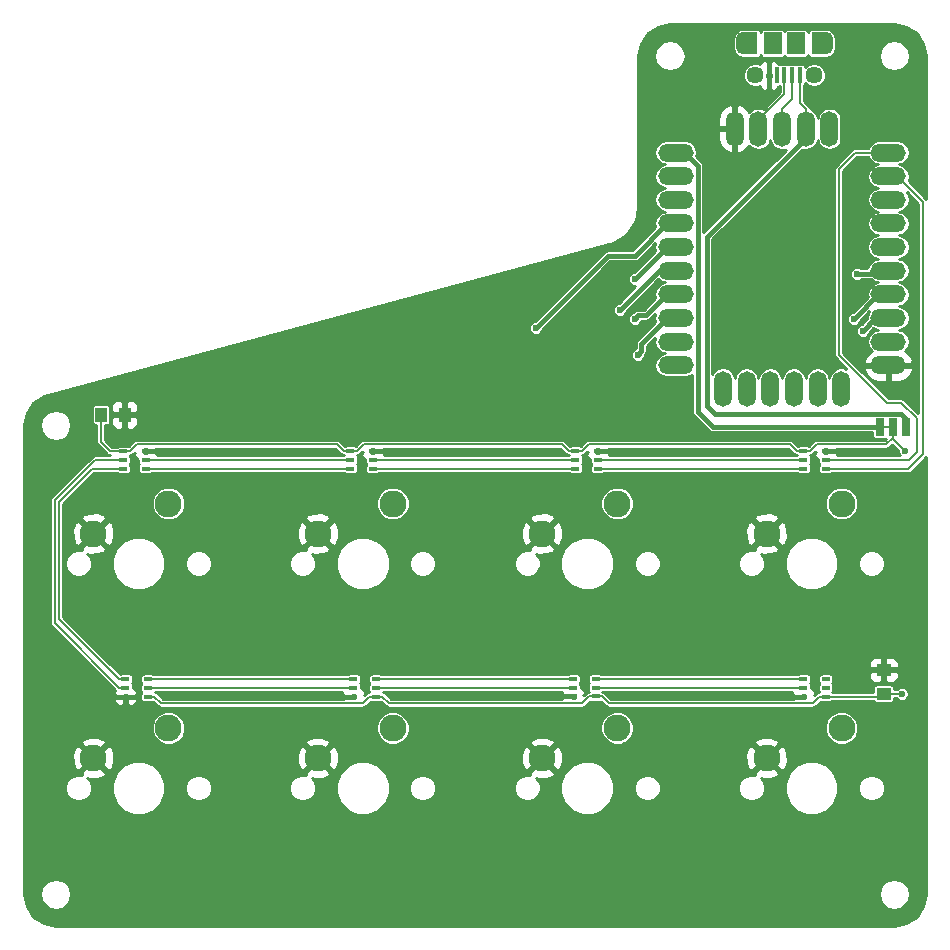
<source format=gbr>
G04 #@! TF.FileFunction,Copper,L1,Top,Signal*
%FSLAX46Y46*%
G04 Gerber Fmt 4.6, Leading zero omitted, Abs format (unit mm)*
G04 Created by KiCad (PCBNEW 4.0.7) date 07/26/18 07:44:54*
%MOMM*%
%LPD*%
G01*
G04 APERTURE LIST*
%ADD10C,0.100000*%
%ADD11R,1.500000X1.900000*%
%ADD12C,1.450000*%
%ADD13R,0.400000X1.350000*%
%ADD14O,1.200000X1.900000*%
%ADD15R,1.200000X1.900000*%
%ADD16C,2.286000*%
%ADD17R,0.700000X0.350000*%
%ADD18O,3.000000X1.500000*%
%ADD19O,1.500000X3.000000*%
%ADD20R,1.000000X1.250000*%
%ADD21R,1.250000X1.000000*%
%ADD22R,0.750000X1.500000*%
%ADD23C,0.600000*%
%ADD24C,0.400000*%
%ADD25C,0.200000*%
%ADD26C,0.254000*%
G04 APERTURE END LIST*
D10*
D11*
X225320000Y-104200000D03*
D12*
X228820000Y-106900000D03*
D13*
X226970000Y-106900000D03*
X227620000Y-106900000D03*
X225020000Y-106900000D03*
X225670000Y-106900000D03*
X226320000Y-106900000D03*
D12*
X223820000Y-106900000D03*
D11*
X227320000Y-104200000D03*
D14*
X229820000Y-104200000D03*
X222820000Y-104200000D03*
D15*
X223420000Y-104200000D03*
X229220000Y-104200000D03*
D16*
X174160000Y-143170000D03*
X167810000Y-145710000D03*
X193160000Y-143170000D03*
X186810000Y-145710000D03*
X212160000Y-143170000D03*
X205810000Y-145710000D03*
X174160000Y-162170000D03*
X167810000Y-164710000D03*
X212160000Y-162170000D03*
X205810000Y-164710000D03*
X231160000Y-143170000D03*
X224810000Y-145710000D03*
X193160000Y-162170000D03*
X186810000Y-164710000D03*
X231160000Y-162170000D03*
X224810000Y-164710000D03*
D17*
X227932000Y-138706000D03*
X229832000Y-138706000D03*
X227932000Y-139456000D03*
X229832000Y-139456000D03*
X227932000Y-140206000D03*
X229832000Y-140206000D03*
X208628000Y-138706000D03*
X210528000Y-138706000D03*
X208628000Y-139456000D03*
X210528000Y-139456000D03*
X208628000Y-140206000D03*
X210528000Y-140206000D03*
X189578000Y-138706000D03*
X191478000Y-138706000D03*
X189578000Y-139456000D03*
X191478000Y-139456000D03*
X189578000Y-140206000D03*
X191478000Y-140206000D03*
D18*
X217120000Y-123450000D03*
X217120000Y-121450000D03*
X217120000Y-119450000D03*
X217120000Y-117450000D03*
X217120000Y-129450000D03*
X217120000Y-125450000D03*
X217120000Y-131450000D03*
X217120000Y-127450000D03*
X217120000Y-115450000D03*
X217120000Y-113450000D03*
D19*
X221120000Y-133450000D03*
X223120000Y-133450000D03*
X225120000Y-133450000D03*
X227120000Y-133450000D03*
X229120000Y-133450000D03*
X231120000Y-133450000D03*
D18*
X235120000Y-119450000D03*
X235120000Y-117450000D03*
X235120000Y-121450000D03*
X235120000Y-123450000D03*
X235120000Y-115450000D03*
X235120000Y-113450000D03*
X235120000Y-129450000D03*
X235120000Y-131450000D03*
X235120000Y-125450000D03*
X235120000Y-127450000D03*
D19*
X224120000Y-111450000D03*
X228120000Y-111450000D03*
X222120000Y-111450000D03*
X226120000Y-111450000D03*
X230120000Y-111450000D03*
D17*
X170340000Y-138718000D03*
X172240000Y-138718000D03*
X170340000Y-139468000D03*
X172240000Y-139468000D03*
X170340000Y-140218000D03*
X172240000Y-140218000D03*
X172428000Y-159510000D03*
X170528000Y-159510000D03*
X172428000Y-158760000D03*
X170528000Y-158760000D03*
X172428000Y-158010000D03*
X170528000Y-158010000D03*
X191732000Y-159510000D03*
X189832000Y-159510000D03*
X191732000Y-158760000D03*
X189832000Y-158760000D03*
X191732000Y-158010000D03*
X189832000Y-158010000D03*
X210340000Y-159498000D03*
X208440000Y-159498000D03*
X210340000Y-158748000D03*
X208440000Y-158748000D03*
X210340000Y-157998000D03*
X208440000Y-157998000D03*
X229832000Y-159510000D03*
X227932000Y-159510000D03*
X229832000Y-158760000D03*
X227932000Y-158760000D03*
X229832000Y-158010000D03*
X227932000Y-158010000D03*
D20*
X168446000Y-135646000D03*
X170446000Y-135646000D03*
D21*
X234724000Y-159252000D03*
X234724000Y-157252000D03*
D22*
X236610000Y-136662000D03*
X235498800Y-136662000D03*
X234425600Y-136662000D03*
D23*
X237264000Y-131328000D03*
X231168000Y-138694000D03*
X211864000Y-138694000D03*
X192560000Y-138694000D03*
X173256000Y-138694000D03*
X169446000Y-159522000D03*
X188750000Y-159522000D03*
X207292000Y-159522000D03*
X226850000Y-159522000D03*
X205260000Y-128280000D03*
X213649999Y-124170001D03*
X212372000Y-126756000D03*
X213642000Y-127518000D03*
X213896000Y-130566000D03*
X232438000Y-123708000D03*
X232184000Y-127518000D03*
X232946000Y-128534000D03*
X236248000Y-159268000D03*
X236494091Y-138686091D03*
D24*
X235120000Y-131450000D02*
X237142000Y-131450000D01*
X237142000Y-131450000D02*
X237264000Y-131328000D01*
D25*
X229832000Y-138706000D02*
X231156000Y-138706000D01*
X231156000Y-138706000D02*
X231168000Y-138694000D01*
X210528000Y-138706000D02*
X211852000Y-138706000D01*
X211852000Y-138706000D02*
X211864000Y-138694000D01*
X191478000Y-138706000D02*
X192548000Y-138706000D01*
X192548000Y-138706000D02*
X192560000Y-138694000D01*
X172240000Y-138718000D02*
X173232000Y-138718000D01*
X173232000Y-138718000D02*
X173256000Y-138694000D01*
X170528000Y-159510000D02*
X169458000Y-159510000D01*
X169458000Y-159510000D02*
X169446000Y-159522000D01*
X189832000Y-159510000D02*
X188762000Y-159510000D01*
X188762000Y-159510000D02*
X188750000Y-159522000D01*
X208440000Y-159498000D02*
X207316000Y-159498000D01*
X207316000Y-159498000D02*
X207292000Y-159522000D01*
X227932000Y-159510000D02*
X226862000Y-159510000D01*
X226862000Y-159510000D02*
X226850000Y-159522000D01*
X226120000Y-111450000D02*
X226120000Y-109750000D01*
X226120000Y-109750000D02*
X226970000Y-108900000D01*
X226970000Y-108900000D02*
X226970000Y-107775000D01*
X226970000Y-107775000D02*
X226970000Y-106900000D01*
D24*
X219738000Y-134884000D02*
X220415999Y-135561999D01*
X220415999Y-135561999D02*
X236153801Y-135561999D01*
X236153801Y-135561999D02*
X236610000Y-136018198D01*
X236610000Y-136018198D02*
X236610000Y-136662000D01*
X219738000Y-120582000D02*
X219738000Y-134884000D01*
X228120000Y-111450000D02*
X228120000Y-112200000D01*
X228120000Y-112200000D02*
X219738000Y-120582000D01*
D25*
X228120000Y-111450000D02*
X228120000Y-109750000D01*
X228120000Y-109750000D02*
X227620000Y-109250000D01*
X227620000Y-109250000D02*
X227620000Y-107775000D01*
X227620000Y-107775000D02*
X227620000Y-106900000D01*
X226320000Y-106900000D02*
X226320000Y-108500000D01*
X226320000Y-108500000D02*
X224120000Y-110700000D01*
X224120000Y-110700000D02*
X224120000Y-111450000D01*
D24*
X205260000Y-128280000D02*
X211356000Y-122184000D01*
X213636000Y-122184000D02*
X216370000Y-119450000D01*
X211356000Y-122184000D02*
X213636000Y-122184000D01*
X216370000Y-119450000D02*
X217120000Y-119450000D01*
X213649999Y-124170001D02*
X216370000Y-121450000D01*
X216370000Y-121450000D02*
X217120000Y-121450000D01*
X212372000Y-126756000D02*
X215678000Y-123450000D01*
X215678000Y-123450000D02*
X217120000Y-123450000D01*
X213642000Y-127518000D02*
X213941999Y-127218001D01*
X213941999Y-127218001D02*
X214601999Y-127218001D01*
X214601999Y-127218001D02*
X216370000Y-125450000D01*
X216370000Y-125450000D02*
X217120000Y-125450000D01*
X213896000Y-130566000D02*
X214195999Y-130266001D01*
X214195999Y-130266001D02*
X214195999Y-129624001D01*
X214195999Y-129624001D02*
X216370000Y-127450000D01*
X216370000Y-127450000D02*
X217120000Y-127450000D01*
X232438000Y-123708000D02*
X234862000Y-123708000D01*
X234862000Y-123708000D02*
X235120000Y-123450000D01*
X232184000Y-127518000D02*
X234252000Y-125450000D01*
X234252000Y-125450000D02*
X235120000Y-125450000D01*
X232946000Y-128534000D02*
X234030000Y-127450000D01*
X234030000Y-127450000D02*
X235120000Y-127450000D01*
D25*
X227932000Y-139456000D02*
X210528000Y-139456000D01*
X229832000Y-139456000D02*
X236877657Y-139456000D01*
X236877657Y-139456000D02*
X237518000Y-138815657D01*
X237518000Y-138815657D02*
X237518000Y-135920798D01*
X237518000Y-135920798D02*
X236227202Y-134630000D01*
X236227202Y-134630000D02*
X234978000Y-134630000D01*
X234978000Y-134630000D02*
X230914000Y-130566000D01*
X230914000Y-130566000D02*
X230914000Y-114818000D01*
X232282000Y-113450000D02*
X235120000Y-113450000D01*
X230914000Y-114818000D02*
X232282000Y-113450000D01*
X227932000Y-140206000D02*
X210528000Y-140206000D01*
X235120000Y-115450000D02*
X235870000Y-115450000D01*
X235870000Y-115450000D02*
X238026000Y-117606000D01*
X238026000Y-117606000D02*
X238026000Y-138995343D01*
X238026000Y-138995343D02*
X236815343Y-140206000D01*
X236815343Y-140206000D02*
X229832000Y-140206000D01*
X208628000Y-139456000D02*
X191478000Y-139456000D01*
X208628000Y-140206000D02*
X191478000Y-140206000D01*
X189578000Y-139456000D02*
X172252000Y-139456000D01*
X172252000Y-139456000D02*
X172240000Y-139468000D01*
X189578000Y-140206000D02*
X172252000Y-140206000D01*
X172252000Y-140206000D02*
X172240000Y-140218000D01*
X234425600Y-136662000D02*
X235498800Y-136662000D01*
D24*
X218976000Y-135392000D02*
X220246000Y-136662000D01*
X220246000Y-136662000D02*
X234425600Y-136662000D01*
X218976000Y-114556000D02*
X218976000Y-135392000D01*
X217120000Y-113450000D02*
X217870000Y-113450000D01*
X217870000Y-113450000D02*
X218976000Y-114556000D01*
D25*
X235486000Y-137424000D02*
X235486000Y-137612000D01*
X235486000Y-137424000D02*
X235486000Y-137678000D01*
X235486000Y-136662000D02*
X235486000Y-137424000D01*
X235486000Y-137678000D02*
X236494091Y-138686091D01*
X169216000Y-138718000D02*
X168446000Y-137948000D01*
X168446000Y-137948000D02*
X168446000Y-135646000D01*
X170340000Y-138718000D02*
X169216000Y-138718000D01*
X189578000Y-138706000D02*
X189028000Y-138706000D01*
X189028000Y-138706000D02*
X188465999Y-138143999D01*
X188465999Y-138143999D02*
X171464001Y-138143999D01*
X171464001Y-138143999D02*
X170890000Y-138718000D01*
X208628000Y-138706000D02*
X208078000Y-138706000D01*
X208078000Y-138706000D02*
X207515999Y-138143999D01*
X207515999Y-138143999D02*
X190690001Y-138143999D01*
X190690001Y-138143999D02*
X190128000Y-138706000D01*
X190128000Y-138706000D02*
X189578000Y-138706000D01*
X227932000Y-138706000D02*
X227382000Y-138706000D01*
X227382000Y-138706000D02*
X226819999Y-138143999D01*
X226819999Y-138143999D02*
X209740001Y-138143999D01*
X209740001Y-138143999D02*
X209178000Y-138706000D01*
X209178000Y-138706000D02*
X208628000Y-138706000D01*
X235486000Y-137612000D02*
X234954001Y-138143999D01*
X234954001Y-138143999D02*
X229044001Y-138143999D01*
X229044001Y-138143999D02*
X228482000Y-138706000D01*
X228482000Y-138706000D02*
X227932000Y-138706000D01*
X191732000Y-159510000D02*
X191182000Y-159510000D01*
X191182000Y-159510000D02*
X190619999Y-160072001D01*
X190619999Y-160072001D02*
X173540001Y-160072001D01*
X173540001Y-160072001D02*
X172978000Y-159510000D01*
X172978000Y-159510000D02*
X172428000Y-159510000D01*
X210340000Y-159498000D02*
X209790000Y-159498000D01*
X209790000Y-159498000D02*
X209215999Y-160072001D01*
X209215999Y-160072001D02*
X192844001Y-160072001D01*
X192844001Y-160072001D02*
X192282000Y-159510000D01*
X192282000Y-159510000D02*
X191732000Y-159510000D01*
X210340000Y-159498000D02*
X210890000Y-159498000D01*
X210890000Y-159498000D02*
X211464001Y-160072001D01*
X211464001Y-160072001D02*
X228719999Y-160072001D01*
X228719999Y-160072001D02*
X229282000Y-159510000D01*
X229282000Y-159510000D02*
X229832000Y-159510000D01*
X229832000Y-159510000D02*
X234466000Y-159510000D01*
X234466000Y-159510000D02*
X234724000Y-159252000D01*
X236248000Y-159268000D02*
X234740000Y-159268000D01*
X234740000Y-159268000D02*
X234724000Y-159252000D01*
X170890000Y-138718000D02*
X170340000Y-138718000D01*
X170340000Y-139468000D02*
X167923012Y-139468000D01*
X167923012Y-139468000D02*
X164523990Y-142867022D01*
X164523990Y-142867022D02*
X164523990Y-153305990D01*
X164523990Y-153305990D02*
X169978000Y-158760000D01*
X169978000Y-158760000D02*
X170528000Y-158760000D01*
X164874000Y-143012000D02*
X167668000Y-140218000D01*
X167668000Y-140218000D02*
X170340000Y-140218000D01*
X164874000Y-152906000D02*
X164874000Y-143012000D01*
X170528000Y-158010000D02*
X169978000Y-158010000D01*
X169978000Y-158010000D02*
X164874000Y-152906000D01*
X172428000Y-158760000D02*
X189832000Y-158760000D01*
X172428000Y-158010000D02*
X189832000Y-158010000D01*
X191732000Y-158760000D02*
X208428000Y-158760000D01*
X208428000Y-158760000D02*
X208440000Y-158748000D01*
X191732000Y-158010000D02*
X208428000Y-158010000D01*
X208428000Y-158010000D02*
X208440000Y-157998000D01*
X210340000Y-158748000D02*
X227920000Y-158748000D01*
X227920000Y-158748000D02*
X227932000Y-158760000D01*
X210340000Y-157998000D02*
X227920000Y-157998000D01*
X227920000Y-157998000D02*
X227932000Y-158010000D01*
D26*
G36*
X236640462Y-102786389D02*
X237505566Y-103364434D01*
X238083612Y-104229539D01*
X238293000Y-105282208D01*
X238293000Y-117340050D01*
X238292579Y-117339420D01*
X236830621Y-115877462D01*
X236853637Y-115843016D01*
X236931813Y-115450000D01*
X236853637Y-115056984D01*
X236631012Y-114723801D01*
X236297829Y-114501176D01*
X236040551Y-114450000D01*
X236297829Y-114398824D01*
X236631012Y-114176199D01*
X236853637Y-113843016D01*
X236931813Y-113450000D01*
X236853637Y-113056984D01*
X236631012Y-112723801D01*
X236297829Y-112501176D01*
X235904813Y-112423000D01*
X234335187Y-112423000D01*
X233942171Y-112501176D01*
X233608988Y-112723801D01*
X233386363Y-113056984D01*
X233383177Y-113073000D01*
X232282000Y-113073000D01*
X232137728Y-113101697D01*
X232015421Y-113183421D01*
X230647421Y-114551421D01*
X230565697Y-114673728D01*
X230537000Y-114818000D01*
X230537000Y-130566000D01*
X230565697Y-130710272D01*
X230647421Y-130832579D01*
X231567831Y-131752989D01*
X231513016Y-131716363D01*
X231120000Y-131638187D01*
X230726984Y-131716363D01*
X230393801Y-131938988D01*
X230171176Y-132272171D01*
X230120000Y-132529449D01*
X230068824Y-132272171D01*
X229846199Y-131938988D01*
X229513016Y-131716363D01*
X229120000Y-131638187D01*
X228726984Y-131716363D01*
X228393801Y-131938988D01*
X228171176Y-132272171D01*
X228120000Y-132529449D01*
X228068824Y-132272171D01*
X227846199Y-131938988D01*
X227513016Y-131716363D01*
X227120000Y-131638187D01*
X226726984Y-131716363D01*
X226393801Y-131938988D01*
X226171176Y-132272171D01*
X226120000Y-132529449D01*
X226068824Y-132272171D01*
X225846199Y-131938988D01*
X225513016Y-131716363D01*
X225120000Y-131638187D01*
X224726984Y-131716363D01*
X224393801Y-131938988D01*
X224171176Y-132272171D01*
X224120000Y-132529449D01*
X224068824Y-132272171D01*
X223846199Y-131938988D01*
X223513016Y-131716363D01*
X223120000Y-131638187D01*
X222726984Y-131716363D01*
X222393801Y-131938988D01*
X222171176Y-132272171D01*
X222120000Y-132529449D01*
X222068824Y-132272171D01*
X221846199Y-131938988D01*
X221513016Y-131716363D01*
X221120000Y-131638187D01*
X220726984Y-131716363D01*
X220393801Y-131938988D01*
X220215000Y-132206584D01*
X220215000Y-120779580D01*
X227797013Y-113197567D01*
X228120000Y-113261813D01*
X228513016Y-113183637D01*
X228846199Y-112961012D01*
X229068824Y-112627829D01*
X229120000Y-112370551D01*
X229171176Y-112627829D01*
X229393801Y-112961012D01*
X229726984Y-113183637D01*
X230120000Y-113261813D01*
X230513016Y-113183637D01*
X230846199Y-112961012D01*
X231068824Y-112627829D01*
X231147000Y-112234813D01*
X231147000Y-110665187D01*
X231068824Y-110272171D01*
X230846199Y-109938988D01*
X230513016Y-109716363D01*
X230120000Y-109638187D01*
X229726984Y-109716363D01*
X229393801Y-109938988D01*
X229171176Y-110272171D01*
X229120000Y-110529449D01*
X229068824Y-110272171D01*
X228846199Y-109938988D01*
X228513016Y-109716363D01*
X228489374Y-109711660D01*
X228468303Y-109605728D01*
X228386579Y-109483421D01*
X227997000Y-109093842D01*
X227997000Y-107790268D01*
X228016927Y-107777445D01*
X228080175Y-107684880D01*
X228098309Y-107595328D01*
X228251672Y-107748959D01*
X228619816Y-107901825D01*
X229018436Y-107902173D01*
X229386846Y-107749949D01*
X229668959Y-107468328D01*
X229821825Y-107100184D01*
X229822173Y-106701564D01*
X229669949Y-106333154D01*
X229388328Y-106051041D01*
X229020184Y-105898175D01*
X228621564Y-105897827D01*
X228253154Y-106050051D01*
X228098548Y-106204388D01*
X228083111Y-106122350D01*
X228022445Y-106028073D01*
X227929880Y-105964825D01*
X227820000Y-105942574D01*
X227420000Y-105942574D01*
X227317350Y-105961889D01*
X227295840Y-105975730D01*
X227279880Y-105964825D01*
X227170000Y-105942574D01*
X226770000Y-105942574D01*
X226667350Y-105961889D01*
X226645840Y-105975730D01*
X226629880Y-105964825D01*
X226520000Y-105942574D01*
X226120000Y-105942574D01*
X226017350Y-105961889D01*
X225995840Y-105975730D01*
X225979880Y-105964825D01*
X225870000Y-105942574D01*
X225790335Y-105942574D01*
X225758327Y-105865301D01*
X225579698Y-105686673D01*
X225346309Y-105590000D01*
X225278750Y-105590000D01*
X225120000Y-105748750D01*
X225120000Y-106773000D01*
X225167000Y-106773000D01*
X225167000Y-107027000D01*
X225120000Y-107027000D01*
X225120000Y-108051250D01*
X225278750Y-108210000D01*
X225346309Y-108210000D01*
X225579698Y-108113327D01*
X225758327Y-107934699D01*
X225790335Y-107857426D01*
X225870000Y-107857426D01*
X225943000Y-107843690D01*
X225943000Y-108343842D01*
X224547463Y-109739379D01*
X224513016Y-109716363D01*
X224120000Y-109638187D01*
X223726984Y-109716363D01*
X223393801Y-109938988D01*
X223332830Y-110030238D01*
X223009540Y-109630855D01*
X222532684Y-109371827D01*
X222461185Y-109357682D01*
X222247000Y-109480344D01*
X222247000Y-111323000D01*
X222267000Y-111323000D01*
X222267000Y-111577000D01*
X222247000Y-111577000D01*
X222247000Y-113419656D01*
X222461185Y-113542318D01*
X222532684Y-113528173D01*
X223009540Y-113269145D01*
X223332830Y-112869762D01*
X223393801Y-112961012D01*
X223726984Y-113183637D01*
X224120000Y-113261813D01*
X224513016Y-113183637D01*
X224846199Y-112961012D01*
X225068824Y-112627829D01*
X225120000Y-112370551D01*
X225171176Y-112627829D01*
X225393801Y-112961012D01*
X225726984Y-113183637D01*
X226120000Y-113261813D01*
X226449062Y-113196358D01*
X219453000Y-120192420D01*
X219453000Y-114556000D01*
X219416691Y-114373460D01*
X219313290Y-114218710D01*
X218867567Y-113772987D01*
X218931813Y-113450000D01*
X218853637Y-113056984D01*
X218631012Y-112723801D01*
X218297829Y-112501176D01*
X217904813Y-112423000D01*
X216335187Y-112423000D01*
X215942171Y-112501176D01*
X215608988Y-112723801D01*
X215386363Y-113056984D01*
X215308187Y-113450000D01*
X215386363Y-113843016D01*
X215608988Y-114176199D01*
X215942171Y-114398824D01*
X216199449Y-114450000D01*
X215942171Y-114501176D01*
X215608988Y-114723801D01*
X215386363Y-115056984D01*
X215308187Y-115450000D01*
X215386363Y-115843016D01*
X215608988Y-116176199D01*
X215942171Y-116398824D01*
X216199449Y-116450000D01*
X215942171Y-116501176D01*
X215608988Y-116723801D01*
X215386363Y-117056984D01*
X215308187Y-117450000D01*
X215386363Y-117843016D01*
X215608988Y-118176199D01*
X215942171Y-118398824D01*
X216199449Y-118450000D01*
X215942171Y-118501176D01*
X215608988Y-118723801D01*
X215386363Y-119056984D01*
X215308187Y-119450000D01*
X215372433Y-119772987D01*
X213438420Y-121707000D01*
X211356000Y-121707000D01*
X211173460Y-121743309D01*
X211018710Y-121846710D01*
X205162505Y-127702915D01*
X205145731Y-127702900D01*
X204933583Y-127790558D01*
X204771129Y-127952729D01*
X204683100Y-128164724D01*
X204682900Y-128394269D01*
X204770558Y-128606417D01*
X204932729Y-128768871D01*
X205144724Y-128856900D01*
X205374269Y-128857100D01*
X205586417Y-128769442D01*
X205748871Y-128607271D01*
X205836900Y-128395276D01*
X205836915Y-128377665D01*
X211553580Y-122661000D01*
X213636000Y-122661000D01*
X213818540Y-122624691D01*
X213973290Y-122521290D01*
X215373642Y-121120938D01*
X215308187Y-121450000D01*
X215372433Y-121772987D01*
X213552504Y-123592916D01*
X213535730Y-123592901D01*
X213323582Y-123680559D01*
X213161128Y-123842730D01*
X213073099Y-124054725D01*
X213072899Y-124284270D01*
X213160557Y-124496418D01*
X213322728Y-124658872D01*
X213534723Y-124746901D01*
X213706369Y-124747051D01*
X212274505Y-126178915D01*
X212257731Y-126178900D01*
X212045583Y-126266558D01*
X211883129Y-126428729D01*
X211795100Y-126640724D01*
X211794900Y-126870269D01*
X211882558Y-127082417D01*
X212044729Y-127244871D01*
X212256724Y-127332900D01*
X212486269Y-127333100D01*
X212698417Y-127245442D01*
X212860871Y-127083271D01*
X212948900Y-126871276D01*
X212948915Y-126853665D01*
X215619414Y-124183166D01*
X215942171Y-124398824D01*
X216199449Y-124450000D01*
X215942171Y-124501176D01*
X215608988Y-124723801D01*
X215386363Y-125056984D01*
X215308187Y-125450000D01*
X215372433Y-125772987D01*
X214404419Y-126741001D01*
X213941999Y-126741001D01*
X213759459Y-126777310D01*
X213604709Y-126880711D01*
X213544505Y-126940915D01*
X213527731Y-126940900D01*
X213315583Y-127028558D01*
X213153129Y-127190729D01*
X213065100Y-127402724D01*
X213064900Y-127632269D01*
X213152558Y-127844417D01*
X213314729Y-128006871D01*
X213526724Y-128094900D01*
X213756269Y-128095100D01*
X213968417Y-128007442D01*
X214130871Y-127845271D01*
X214193269Y-127695001D01*
X214601999Y-127695001D01*
X214784539Y-127658692D01*
X214939289Y-127555291D01*
X215373642Y-127120938D01*
X215308187Y-127450000D01*
X215372433Y-127772987D01*
X213858709Y-129286711D01*
X213755308Y-129441461D01*
X213718999Y-129624001D01*
X213718999Y-130014820D01*
X213569583Y-130076558D01*
X213407129Y-130238729D01*
X213319100Y-130450724D01*
X213318900Y-130680269D01*
X213406558Y-130892417D01*
X213568729Y-131054871D01*
X213780724Y-131142900D01*
X214010269Y-131143100D01*
X214222417Y-131055442D01*
X214384871Y-130893271D01*
X214472900Y-130681276D01*
X214472915Y-130663665D01*
X214533289Y-130603291D01*
X214636690Y-130448541D01*
X214672999Y-130266001D01*
X214672999Y-129821581D01*
X215373642Y-129120938D01*
X215308187Y-129450000D01*
X215386363Y-129843016D01*
X215608988Y-130176199D01*
X215942171Y-130398824D01*
X216199449Y-130450000D01*
X215942171Y-130501176D01*
X215608988Y-130723801D01*
X215386363Y-131056984D01*
X215308187Y-131450000D01*
X215386363Y-131843016D01*
X215608988Y-132176199D01*
X215942171Y-132398824D01*
X216335187Y-132477000D01*
X217904813Y-132477000D01*
X218297829Y-132398824D01*
X218499000Y-132264406D01*
X218499000Y-135392000D01*
X218535309Y-135574540D01*
X218638710Y-135729290D01*
X219908710Y-136999290D01*
X220063460Y-137102691D01*
X220246000Y-137139000D01*
X233768174Y-137139000D01*
X233768174Y-137412000D01*
X233787489Y-137514650D01*
X233848155Y-137608927D01*
X233940720Y-137672175D01*
X234050600Y-137694426D01*
X234800600Y-137694426D01*
X234886598Y-137678244D01*
X234797843Y-137766999D01*
X229044001Y-137766999D01*
X228899729Y-137795696D01*
X228777421Y-137877420D01*
X228385341Y-138269501D01*
X228282000Y-138248574D01*
X227582000Y-138248574D01*
X227479350Y-138267889D01*
X227477949Y-138268790D01*
X227086578Y-137877420D01*
X226964271Y-137795696D01*
X226819999Y-137766999D01*
X209740001Y-137766999D01*
X209595729Y-137795696D01*
X209473421Y-137877420D01*
X209081341Y-138269501D01*
X208978000Y-138248574D01*
X208278000Y-138248574D01*
X208175350Y-138267889D01*
X208173949Y-138268790D01*
X207782578Y-137877420D01*
X207660271Y-137795696D01*
X207515999Y-137766999D01*
X190690001Y-137766999D01*
X190545729Y-137795696D01*
X190423421Y-137877420D01*
X190031341Y-138269501D01*
X189928000Y-138248574D01*
X189228000Y-138248574D01*
X189125350Y-138267889D01*
X189123949Y-138268790D01*
X188732578Y-137877420D01*
X188610271Y-137795696D01*
X188465999Y-137766999D01*
X171464001Y-137766999D01*
X171319729Y-137795696D01*
X171197422Y-137877420D01*
X170793341Y-138281501D01*
X170690000Y-138260574D01*
X169990000Y-138260574D01*
X169887350Y-138279889D01*
X169793073Y-138340555D01*
X169792769Y-138341000D01*
X169372159Y-138341000D01*
X168823000Y-137791842D01*
X168823000Y-136553426D01*
X168946000Y-136553426D01*
X169048650Y-136534111D01*
X169142927Y-136473445D01*
X169206175Y-136380880D01*
X169228426Y-136271000D01*
X169228426Y-135931750D01*
X169311000Y-135931750D01*
X169311000Y-136397310D01*
X169407673Y-136630699D01*
X169586302Y-136809327D01*
X169819691Y-136906000D01*
X170160250Y-136906000D01*
X170319000Y-136747250D01*
X170319000Y-135773000D01*
X170573000Y-135773000D01*
X170573000Y-136747250D01*
X170731750Y-136906000D01*
X171072309Y-136906000D01*
X171305698Y-136809327D01*
X171484327Y-136630699D01*
X171581000Y-136397310D01*
X171581000Y-135931750D01*
X171422250Y-135773000D01*
X170573000Y-135773000D01*
X170319000Y-135773000D01*
X169469750Y-135773000D01*
X169311000Y-135931750D01*
X169228426Y-135931750D01*
X169228426Y-135021000D01*
X169209111Y-134918350D01*
X169193887Y-134894690D01*
X169311000Y-134894690D01*
X169311000Y-135360250D01*
X169469750Y-135519000D01*
X170319000Y-135519000D01*
X170319000Y-134544750D01*
X170573000Y-134544750D01*
X170573000Y-135519000D01*
X171422250Y-135519000D01*
X171581000Y-135360250D01*
X171581000Y-134894690D01*
X171484327Y-134661301D01*
X171305698Y-134482673D01*
X171072309Y-134386000D01*
X170731750Y-134386000D01*
X170573000Y-134544750D01*
X170319000Y-134544750D01*
X170160250Y-134386000D01*
X169819691Y-134386000D01*
X169586302Y-134482673D01*
X169407673Y-134661301D01*
X169311000Y-134894690D01*
X169193887Y-134894690D01*
X169148445Y-134824073D01*
X169055880Y-134760825D01*
X168946000Y-134738574D01*
X167946000Y-134738574D01*
X167843350Y-134757889D01*
X167749073Y-134818555D01*
X167685825Y-134911120D01*
X167663574Y-135021000D01*
X167663574Y-136271000D01*
X167682889Y-136373650D01*
X167743555Y-136467927D01*
X167836120Y-136531175D01*
X167946000Y-136553426D01*
X168069000Y-136553426D01*
X168069000Y-137948000D01*
X168097697Y-138092272D01*
X168179421Y-138214579D01*
X168949420Y-138984579D01*
X169003666Y-139020825D01*
X169071728Y-139066303D01*
X169195890Y-139091000D01*
X167923012Y-139091000D01*
X167778740Y-139119697D01*
X167656433Y-139201421D01*
X164257411Y-142600443D01*
X164175687Y-142722750D01*
X164146990Y-142867022D01*
X164146990Y-153305990D01*
X164175687Y-153450262D01*
X164257411Y-153572569D01*
X169649908Y-158965066D01*
X169639673Y-158975301D01*
X169543000Y-159208690D01*
X169543000Y-159263750D01*
X169701750Y-159422500D01*
X170401000Y-159422500D01*
X170401000Y-159363000D01*
X170655000Y-159363000D01*
X170655000Y-159422500D01*
X171354250Y-159422500D01*
X171513000Y-159263750D01*
X171513000Y-159208690D01*
X171416327Y-158975301D01*
X171237698Y-158796673D01*
X171160426Y-158764666D01*
X171160426Y-158585000D01*
X171141111Y-158482350D01*
X171080445Y-158388073D01*
X171076391Y-158385303D01*
X171138175Y-158294880D01*
X171160426Y-158185000D01*
X171160426Y-157835000D01*
X171795574Y-157835000D01*
X171795574Y-158185000D01*
X171814889Y-158287650D01*
X171875555Y-158381927D01*
X171879609Y-158384697D01*
X171817825Y-158475120D01*
X171795574Y-158585000D01*
X171795574Y-158935000D01*
X171814889Y-159037650D01*
X171875555Y-159131927D01*
X171879609Y-159134697D01*
X171817825Y-159225120D01*
X171795574Y-159335000D01*
X171795574Y-159685000D01*
X171814889Y-159787650D01*
X171875555Y-159881927D01*
X171968120Y-159945175D01*
X172078000Y-159967426D01*
X172778000Y-159967426D01*
X172880650Y-159948111D01*
X172882051Y-159947209D01*
X173273421Y-160338580D01*
X173395729Y-160420304D01*
X173540001Y-160449001D01*
X190619999Y-160449001D01*
X190764271Y-160420304D01*
X190886578Y-160338580D01*
X191278659Y-159946499D01*
X191382000Y-159967426D01*
X192082000Y-159967426D01*
X192184650Y-159948111D01*
X192186051Y-159947209D01*
X192577421Y-160338580D01*
X192699729Y-160420304D01*
X192844001Y-160449001D01*
X209215999Y-160449001D01*
X209360271Y-160420304D01*
X209482578Y-160338580D01*
X209886659Y-159934499D01*
X209990000Y-159955426D01*
X210690000Y-159955426D01*
X210792650Y-159936111D01*
X210794051Y-159935209D01*
X211197422Y-160338580D01*
X211319729Y-160420304D01*
X211464001Y-160449001D01*
X228719999Y-160449001D01*
X228864271Y-160420304D01*
X228986578Y-160338580D01*
X229378659Y-159946499D01*
X229482000Y-159967426D01*
X230182000Y-159967426D01*
X230284650Y-159948111D01*
X230378927Y-159887445D01*
X230379231Y-159887000D01*
X233856706Y-159887000D01*
X233896555Y-159948927D01*
X233989120Y-160012175D01*
X234099000Y-160034426D01*
X235349000Y-160034426D01*
X235451650Y-160015111D01*
X235545927Y-159954445D01*
X235609175Y-159861880D01*
X235631426Y-159752000D01*
X235631426Y-159645000D01*
X235809053Y-159645000D01*
X235920729Y-159756871D01*
X236132724Y-159844900D01*
X236362269Y-159845100D01*
X236574417Y-159757442D01*
X236736871Y-159595271D01*
X236824900Y-159383276D01*
X236825100Y-159153731D01*
X236737442Y-158941583D01*
X236575271Y-158779129D01*
X236363276Y-158691100D01*
X236133731Y-158690900D01*
X235921583Y-158778558D01*
X235808945Y-158891000D01*
X235631426Y-158891000D01*
X235631426Y-158752000D01*
X235612111Y-158649350D01*
X235551445Y-158555073D01*
X235458880Y-158491825D01*
X235349000Y-158469574D01*
X234099000Y-158469574D01*
X233996350Y-158488889D01*
X233902073Y-158549555D01*
X233838825Y-158642120D01*
X233816574Y-158752000D01*
X233816574Y-159133000D01*
X230381964Y-159133000D01*
X230442175Y-159044880D01*
X230464426Y-158935000D01*
X230464426Y-158585000D01*
X230445111Y-158482350D01*
X230384445Y-158388073D01*
X230380391Y-158385303D01*
X230442175Y-158294880D01*
X230464426Y-158185000D01*
X230464426Y-157835000D01*
X230445111Y-157732350D01*
X230384445Y-157638073D01*
X230291880Y-157574825D01*
X230182000Y-157552574D01*
X229482000Y-157552574D01*
X229379350Y-157571889D01*
X229285073Y-157632555D01*
X229221825Y-157725120D01*
X229199574Y-157835000D01*
X229199574Y-158185000D01*
X229218889Y-158287650D01*
X229279555Y-158381927D01*
X229283609Y-158384697D01*
X229221825Y-158475120D01*
X229199574Y-158585000D01*
X229199574Y-158935000D01*
X229218889Y-159037650D01*
X229279555Y-159131927D01*
X229281323Y-159133135D01*
X229137728Y-159161697D01*
X229015420Y-159243421D01*
X228875843Y-159382998D01*
X228797752Y-159382998D01*
X228917000Y-159263750D01*
X228917000Y-159208690D01*
X228820327Y-158975301D01*
X228641698Y-158796673D01*
X228564426Y-158764666D01*
X228564426Y-158585000D01*
X228545111Y-158482350D01*
X228484445Y-158388073D01*
X228480391Y-158385303D01*
X228542175Y-158294880D01*
X228564426Y-158185000D01*
X228564426Y-157835000D01*
X228545111Y-157732350D01*
X228484445Y-157638073D01*
X228391880Y-157574825D01*
X228282000Y-157552574D01*
X227582000Y-157552574D01*
X227479350Y-157571889D01*
X227403030Y-157621000D01*
X210885021Y-157621000D01*
X210799880Y-157562825D01*
X210690000Y-157540574D01*
X209990000Y-157540574D01*
X209887350Y-157559889D01*
X209793073Y-157620555D01*
X209729825Y-157713120D01*
X209707574Y-157823000D01*
X209707574Y-158173000D01*
X209726889Y-158275650D01*
X209787555Y-158369927D01*
X209791609Y-158372697D01*
X209729825Y-158463120D01*
X209707574Y-158573000D01*
X209707574Y-158923000D01*
X209726889Y-159025650D01*
X209787555Y-159119927D01*
X209789323Y-159121135D01*
X209645728Y-159149697D01*
X209523421Y-159231421D01*
X209383844Y-159370998D01*
X209305752Y-159370998D01*
X209425000Y-159251750D01*
X209425000Y-159196690D01*
X209328327Y-158963301D01*
X209149698Y-158784673D01*
X209072426Y-158752666D01*
X209072426Y-158573000D01*
X209053111Y-158470350D01*
X208992445Y-158376073D01*
X208988391Y-158373303D01*
X209050175Y-158282880D01*
X209072426Y-158173000D01*
X209072426Y-157823000D01*
X209053111Y-157720350D01*
X208992445Y-157626073D01*
X208899880Y-157562825D01*
X208790000Y-157540574D01*
X208090000Y-157540574D01*
X207987350Y-157559889D01*
X207893073Y-157620555D01*
X207884570Y-157633000D01*
X192277021Y-157633000D01*
X192191880Y-157574825D01*
X192082000Y-157552574D01*
X191382000Y-157552574D01*
X191279350Y-157571889D01*
X191185073Y-157632555D01*
X191121825Y-157725120D01*
X191099574Y-157835000D01*
X191099574Y-158185000D01*
X191118889Y-158287650D01*
X191179555Y-158381927D01*
X191183609Y-158384697D01*
X191121825Y-158475120D01*
X191099574Y-158585000D01*
X191099574Y-158935000D01*
X191118889Y-159037650D01*
X191179555Y-159131927D01*
X191181323Y-159133135D01*
X191037728Y-159161697D01*
X190915420Y-159243421D01*
X190775843Y-159382998D01*
X190697752Y-159382998D01*
X190817000Y-159263750D01*
X190817000Y-159208690D01*
X190720327Y-158975301D01*
X190541698Y-158796673D01*
X190464426Y-158764666D01*
X190464426Y-158585000D01*
X190445111Y-158482350D01*
X190384445Y-158388073D01*
X190380391Y-158385303D01*
X190442175Y-158294880D01*
X190464426Y-158185000D01*
X190464426Y-157835000D01*
X190445111Y-157732350D01*
X190384445Y-157638073D01*
X190291880Y-157574825D01*
X190182000Y-157552574D01*
X189482000Y-157552574D01*
X189379350Y-157571889D01*
X189285073Y-157632555D01*
X189284769Y-157633000D01*
X172973021Y-157633000D01*
X172887880Y-157574825D01*
X172778000Y-157552574D01*
X172078000Y-157552574D01*
X171975350Y-157571889D01*
X171881073Y-157632555D01*
X171817825Y-157725120D01*
X171795574Y-157835000D01*
X171160426Y-157835000D01*
X171141111Y-157732350D01*
X171080445Y-157638073D01*
X170987880Y-157574825D01*
X170878000Y-157552574D01*
X170178000Y-157552574D01*
X170075350Y-157571889D01*
X170073949Y-157572791D01*
X170038908Y-157537750D01*
X233464000Y-157537750D01*
X233464000Y-157878309D01*
X233560673Y-158111698D01*
X233739301Y-158290327D01*
X233972690Y-158387000D01*
X234438250Y-158387000D01*
X234597000Y-158228250D01*
X234597000Y-157379000D01*
X234851000Y-157379000D01*
X234851000Y-158228250D01*
X235009750Y-158387000D01*
X235475310Y-158387000D01*
X235708699Y-158290327D01*
X235887327Y-158111698D01*
X235984000Y-157878309D01*
X235984000Y-157537750D01*
X235825250Y-157379000D01*
X234851000Y-157379000D01*
X234597000Y-157379000D01*
X233622750Y-157379000D01*
X233464000Y-157537750D01*
X170038908Y-157537750D01*
X169126849Y-156625691D01*
X233464000Y-156625691D01*
X233464000Y-156966250D01*
X233622750Y-157125000D01*
X234597000Y-157125000D01*
X234597000Y-156275750D01*
X234851000Y-156275750D01*
X234851000Y-157125000D01*
X235825250Y-157125000D01*
X235984000Y-156966250D01*
X235984000Y-156625691D01*
X235887327Y-156392302D01*
X235708699Y-156213673D01*
X235475310Y-156117000D01*
X235009750Y-156117000D01*
X234851000Y-156275750D01*
X234597000Y-156275750D01*
X234438250Y-156117000D01*
X233972690Y-156117000D01*
X233739301Y-156213673D01*
X233560673Y-156392302D01*
X233464000Y-156625691D01*
X169126849Y-156625691D01*
X165251000Y-152749842D01*
X165251000Y-148473369D01*
X165411905Y-148473369D01*
X165583255Y-148888069D01*
X165900262Y-149205630D01*
X166314663Y-149377704D01*
X166763369Y-149378095D01*
X167178069Y-149206745D01*
X167495630Y-148889738D01*
X167574528Y-148699728D01*
X169348706Y-148699728D01*
X169693702Y-149534681D01*
X170331959Y-150174053D01*
X171166308Y-150520505D01*
X172069728Y-150521294D01*
X172904681Y-150176298D01*
X173544053Y-149538041D01*
X173890505Y-148703692D01*
X173890706Y-148473369D01*
X175571905Y-148473369D01*
X175743255Y-148888069D01*
X176060262Y-149205630D01*
X176474663Y-149377704D01*
X176923369Y-149378095D01*
X177338069Y-149206745D01*
X177655630Y-148889738D01*
X177827704Y-148475337D01*
X177827705Y-148473369D01*
X184411905Y-148473369D01*
X184583255Y-148888069D01*
X184900262Y-149205630D01*
X185314663Y-149377704D01*
X185763369Y-149378095D01*
X186178069Y-149206745D01*
X186495630Y-148889738D01*
X186574528Y-148699728D01*
X188348706Y-148699728D01*
X188693702Y-149534681D01*
X189331959Y-150174053D01*
X190166308Y-150520505D01*
X191069728Y-150521294D01*
X191904681Y-150176298D01*
X192544053Y-149538041D01*
X192890505Y-148703692D01*
X192890706Y-148473369D01*
X194571905Y-148473369D01*
X194743255Y-148888069D01*
X195060262Y-149205630D01*
X195474663Y-149377704D01*
X195923369Y-149378095D01*
X196338069Y-149206745D01*
X196655630Y-148889738D01*
X196827704Y-148475337D01*
X196827705Y-148473369D01*
X203411905Y-148473369D01*
X203583255Y-148888069D01*
X203900262Y-149205630D01*
X204314663Y-149377704D01*
X204763369Y-149378095D01*
X205178069Y-149206745D01*
X205495630Y-148889738D01*
X205574528Y-148699728D01*
X207348706Y-148699728D01*
X207693702Y-149534681D01*
X208331959Y-150174053D01*
X209166308Y-150520505D01*
X210069728Y-150521294D01*
X210904681Y-150176298D01*
X211544053Y-149538041D01*
X211890505Y-148703692D01*
X211890706Y-148473369D01*
X213571905Y-148473369D01*
X213743255Y-148888069D01*
X214060262Y-149205630D01*
X214474663Y-149377704D01*
X214923369Y-149378095D01*
X215338069Y-149206745D01*
X215655630Y-148889738D01*
X215827704Y-148475337D01*
X215827705Y-148473369D01*
X222411905Y-148473369D01*
X222583255Y-148888069D01*
X222900262Y-149205630D01*
X223314663Y-149377704D01*
X223763369Y-149378095D01*
X224178069Y-149206745D01*
X224495630Y-148889738D01*
X224574528Y-148699728D01*
X226348706Y-148699728D01*
X226693702Y-149534681D01*
X227331959Y-150174053D01*
X228166308Y-150520505D01*
X229069728Y-150521294D01*
X229904681Y-150176298D01*
X230544053Y-149538041D01*
X230890505Y-148703692D01*
X230890706Y-148473369D01*
X232571905Y-148473369D01*
X232743255Y-148888069D01*
X233060262Y-149205630D01*
X233474663Y-149377704D01*
X233923369Y-149378095D01*
X234338069Y-149206745D01*
X234655630Y-148889738D01*
X234827704Y-148475337D01*
X234828095Y-148026631D01*
X234656745Y-147611931D01*
X234339738Y-147294370D01*
X233925337Y-147122296D01*
X233476631Y-147121905D01*
X233061931Y-147293255D01*
X232744370Y-147610262D01*
X232572296Y-148024663D01*
X232571905Y-148473369D01*
X230890706Y-148473369D01*
X230891294Y-147800272D01*
X230546298Y-146965319D01*
X229908041Y-146325947D01*
X229073692Y-145979495D01*
X228170272Y-145978706D01*
X227335319Y-146323702D01*
X226695947Y-146961959D01*
X226349495Y-147796308D01*
X226348706Y-148699728D01*
X224574528Y-148699728D01*
X224667704Y-148475337D01*
X224668095Y-148026631D01*
X224496745Y-147611931D01*
X224305175Y-147420026D01*
X224511333Y-147498062D01*
X225218329Y-147476249D01*
X225770194Y-147247658D01*
X225886358Y-146965963D01*
X224810000Y-145889605D01*
X223733642Y-146965963D01*
X223804881Y-147138716D01*
X223765337Y-147122296D01*
X223316631Y-147121905D01*
X222901931Y-147293255D01*
X222584370Y-147610262D01*
X222412296Y-148024663D01*
X222411905Y-148473369D01*
X215827705Y-148473369D01*
X215828095Y-148026631D01*
X215656745Y-147611931D01*
X215339738Y-147294370D01*
X214925337Y-147122296D01*
X214476631Y-147121905D01*
X214061931Y-147293255D01*
X213744370Y-147610262D01*
X213572296Y-148024663D01*
X213571905Y-148473369D01*
X211890706Y-148473369D01*
X211891294Y-147800272D01*
X211546298Y-146965319D01*
X210908041Y-146325947D01*
X210073692Y-145979495D01*
X209170272Y-145978706D01*
X208335319Y-146323702D01*
X207695947Y-146961959D01*
X207349495Y-147796308D01*
X207348706Y-148699728D01*
X205574528Y-148699728D01*
X205667704Y-148475337D01*
X205668095Y-148026631D01*
X205496745Y-147611931D01*
X205305175Y-147420026D01*
X205511333Y-147498062D01*
X206218329Y-147476249D01*
X206770194Y-147247658D01*
X206886358Y-146965963D01*
X205810000Y-145889605D01*
X204733642Y-146965963D01*
X204804881Y-147138716D01*
X204765337Y-147122296D01*
X204316631Y-147121905D01*
X203901931Y-147293255D01*
X203584370Y-147610262D01*
X203412296Y-148024663D01*
X203411905Y-148473369D01*
X196827705Y-148473369D01*
X196828095Y-148026631D01*
X196656745Y-147611931D01*
X196339738Y-147294370D01*
X195925337Y-147122296D01*
X195476631Y-147121905D01*
X195061931Y-147293255D01*
X194744370Y-147610262D01*
X194572296Y-148024663D01*
X194571905Y-148473369D01*
X192890706Y-148473369D01*
X192891294Y-147800272D01*
X192546298Y-146965319D01*
X191908041Y-146325947D01*
X191073692Y-145979495D01*
X190170272Y-145978706D01*
X189335319Y-146323702D01*
X188695947Y-146961959D01*
X188349495Y-147796308D01*
X188348706Y-148699728D01*
X186574528Y-148699728D01*
X186667704Y-148475337D01*
X186668095Y-148026631D01*
X186496745Y-147611931D01*
X186305175Y-147420026D01*
X186511333Y-147498062D01*
X187218329Y-147476249D01*
X187770194Y-147247658D01*
X187886358Y-146965963D01*
X186810000Y-145889605D01*
X185733642Y-146965963D01*
X185804881Y-147138716D01*
X185765337Y-147122296D01*
X185316631Y-147121905D01*
X184901931Y-147293255D01*
X184584370Y-147610262D01*
X184412296Y-148024663D01*
X184411905Y-148473369D01*
X177827705Y-148473369D01*
X177828095Y-148026631D01*
X177656745Y-147611931D01*
X177339738Y-147294370D01*
X176925337Y-147122296D01*
X176476631Y-147121905D01*
X176061931Y-147293255D01*
X175744370Y-147610262D01*
X175572296Y-148024663D01*
X175571905Y-148473369D01*
X173890706Y-148473369D01*
X173891294Y-147800272D01*
X173546298Y-146965319D01*
X172908041Y-146325947D01*
X172073692Y-145979495D01*
X171170272Y-145978706D01*
X170335319Y-146323702D01*
X169695947Y-146961959D01*
X169349495Y-147796308D01*
X169348706Y-148699728D01*
X167574528Y-148699728D01*
X167667704Y-148475337D01*
X167668095Y-148026631D01*
X167496745Y-147611931D01*
X167305175Y-147420026D01*
X167511333Y-147498062D01*
X168218329Y-147476249D01*
X168770194Y-147247658D01*
X168886358Y-146965963D01*
X167810000Y-145889605D01*
X166733642Y-146965963D01*
X166804881Y-147138716D01*
X166765337Y-147122296D01*
X166316631Y-147121905D01*
X165901931Y-147293255D01*
X165584370Y-147610262D01*
X165412296Y-148024663D01*
X165411905Y-148473369D01*
X165251000Y-148473369D01*
X165251000Y-145411333D01*
X166021938Y-145411333D01*
X166043751Y-146118329D01*
X166272342Y-146670194D01*
X166554037Y-146786358D01*
X167630395Y-145710000D01*
X167989605Y-145710000D01*
X169065963Y-146786358D01*
X169347658Y-146670194D01*
X169598062Y-146008667D01*
X169579633Y-145411333D01*
X185021938Y-145411333D01*
X185043751Y-146118329D01*
X185272342Y-146670194D01*
X185554037Y-146786358D01*
X186630395Y-145710000D01*
X186989605Y-145710000D01*
X188065963Y-146786358D01*
X188347658Y-146670194D01*
X188598062Y-146008667D01*
X188579633Y-145411333D01*
X204021938Y-145411333D01*
X204043751Y-146118329D01*
X204272342Y-146670194D01*
X204554037Y-146786358D01*
X205630395Y-145710000D01*
X205989605Y-145710000D01*
X207065963Y-146786358D01*
X207347658Y-146670194D01*
X207598062Y-146008667D01*
X207579633Y-145411333D01*
X223021938Y-145411333D01*
X223043751Y-146118329D01*
X223272342Y-146670194D01*
X223554037Y-146786358D01*
X224630395Y-145710000D01*
X224989605Y-145710000D01*
X226065963Y-146786358D01*
X226347658Y-146670194D01*
X226598062Y-146008667D01*
X226576249Y-145301671D01*
X226347658Y-144749806D01*
X226065963Y-144633642D01*
X224989605Y-145710000D01*
X224630395Y-145710000D01*
X223554037Y-144633642D01*
X223272342Y-144749806D01*
X223021938Y-145411333D01*
X207579633Y-145411333D01*
X207576249Y-145301671D01*
X207347658Y-144749806D01*
X207065963Y-144633642D01*
X205989605Y-145710000D01*
X205630395Y-145710000D01*
X204554037Y-144633642D01*
X204272342Y-144749806D01*
X204021938Y-145411333D01*
X188579633Y-145411333D01*
X188576249Y-145301671D01*
X188347658Y-144749806D01*
X188065963Y-144633642D01*
X186989605Y-145710000D01*
X186630395Y-145710000D01*
X185554037Y-144633642D01*
X185272342Y-144749806D01*
X185021938Y-145411333D01*
X169579633Y-145411333D01*
X169576249Y-145301671D01*
X169347658Y-144749806D01*
X169065963Y-144633642D01*
X167989605Y-145710000D01*
X167630395Y-145710000D01*
X166554037Y-144633642D01*
X166272342Y-144749806D01*
X166021938Y-145411333D01*
X165251000Y-145411333D01*
X165251000Y-144454037D01*
X166733642Y-144454037D01*
X167810000Y-145530395D01*
X168886358Y-144454037D01*
X168770194Y-144172342D01*
X168108667Y-143921938D01*
X167401671Y-143943751D01*
X166849806Y-144172342D01*
X166733642Y-144454037D01*
X165251000Y-144454037D01*
X165251000Y-143451216D01*
X172739754Y-143451216D01*
X172955481Y-143973314D01*
X173354585Y-144373115D01*
X173876305Y-144589753D01*
X174441216Y-144590246D01*
X174770866Y-144454037D01*
X185733642Y-144454037D01*
X186810000Y-145530395D01*
X187886358Y-144454037D01*
X187770194Y-144172342D01*
X187108667Y-143921938D01*
X186401671Y-143943751D01*
X185849806Y-144172342D01*
X185733642Y-144454037D01*
X174770866Y-144454037D01*
X174963314Y-144374519D01*
X175363115Y-143975415D01*
X175579753Y-143453695D01*
X175579755Y-143451216D01*
X191739754Y-143451216D01*
X191955481Y-143973314D01*
X192354585Y-144373115D01*
X192876305Y-144589753D01*
X193441216Y-144590246D01*
X193770866Y-144454037D01*
X204733642Y-144454037D01*
X205810000Y-145530395D01*
X206886358Y-144454037D01*
X206770194Y-144172342D01*
X206108667Y-143921938D01*
X205401671Y-143943751D01*
X204849806Y-144172342D01*
X204733642Y-144454037D01*
X193770866Y-144454037D01*
X193963314Y-144374519D01*
X194363115Y-143975415D01*
X194579753Y-143453695D01*
X194579755Y-143451216D01*
X210739754Y-143451216D01*
X210955481Y-143973314D01*
X211354585Y-144373115D01*
X211876305Y-144589753D01*
X212441216Y-144590246D01*
X212770866Y-144454037D01*
X223733642Y-144454037D01*
X224810000Y-145530395D01*
X225886358Y-144454037D01*
X225770194Y-144172342D01*
X225108667Y-143921938D01*
X224401671Y-143943751D01*
X223849806Y-144172342D01*
X223733642Y-144454037D01*
X212770866Y-144454037D01*
X212963314Y-144374519D01*
X213363115Y-143975415D01*
X213579753Y-143453695D01*
X213579755Y-143451216D01*
X229739754Y-143451216D01*
X229955481Y-143973314D01*
X230354585Y-144373115D01*
X230876305Y-144589753D01*
X231441216Y-144590246D01*
X231963314Y-144374519D01*
X232363115Y-143975415D01*
X232579753Y-143453695D01*
X232580246Y-142888784D01*
X232364519Y-142366686D01*
X231965415Y-141966885D01*
X231443695Y-141750247D01*
X230878784Y-141749754D01*
X230356686Y-141965481D01*
X229956885Y-142364585D01*
X229740247Y-142886305D01*
X229739754Y-143451216D01*
X213579755Y-143451216D01*
X213580246Y-142888784D01*
X213364519Y-142366686D01*
X212965415Y-141966885D01*
X212443695Y-141750247D01*
X211878784Y-141749754D01*
X211356686Y-141965481D01*
X210956885Y-142364585D01*
X210740247Y-142886305D01*
X210739754Y-143451216D01*
X194579755Y-143451216D01*
X194580246Y-142888784D01*
X194364519Y-142366686D01*
X193965415Y-141966885D01*
X193443695Y-141750247D01*
X192878784Y-141749754D01*
X192356686Y-141965481D01*
X191956885Y-142364585D01*
X191740247Y-142886305D01*
X191739754Y-143451216D01*
X175579755Y-143451216D01*
X175580246Y-142888784D01*
X175364519Y-142366686D01*
X174965415Y-141966885D01*
X174443695Y-141750247D01*
X173878784Y-141749754D01*
X173356686Y-141965481D01*
X172956885Y-142364585D01*
X172740247Y-142886305D01*
X172739754Y-143451216D01*
X165251000Y-143451216D01*
X165251000Y-143168158D01*
X167824158Y-140595000D01*
X169794979Y-140595000D01*
X169880120Y-140653175D01*
X169990000Y-140675426D01*
X170690000Y-140675426D01*
X170792650Y-140656111D01*
X170886927Y-140595445D01*
X170950175Y-140502880D01*
X170972426Y-140393000D01*
X170972426Y-140043000D01*
X170953111Y-139940350D01*
X170892445Y-139846073D01*
X170888391Y-139843303D01*
X170950175Y-139752880D01*
X170972426Y-139643000D01*
X170972426Y-139293000D01*
X170953111Y-139190350D01*
X170892445Y-139096073D01*
X170890677Y-139094865D01*
X171034272Y-139066303D01*
X171156579Y-138984579D01*
X171296156Y-138845002D01*
X171374248Y-138845002D01*
X171255000Y-138964250D01*
X171255000Y-139019310D01*
X171351673Y-139252699D01*
X171530302Y-139431327D01*
X171607574Y-139463334D01*
X171607574Y-139643000D01*
X171626889Y-139745650D01*
X171687555Y-139839927D01*
X171691609Y-139842697D01*
X171629825Y-139933120D01*
X171607574Y-140043000D01*
X171607574Y-140393000D01*
X171626889Y-140495650D01*
X171687555Y-140589927D01*
X171780120Y-140653175D01*
X171890000Y-140675426D01*
X172590000Y-140675426D01*
X172692650Y-140656111D01*
X172786927Y-140595445D01*
X172795430Y-140583000D01*
X189032979Y-140583000D01*
X189118120Y-140641175D01*
X189228000Y-140663426D01*
X189928000Y-140663426D01*
X190030650Y-140644111D01*
X190124927Y-140583445D01*
X190188175Y-140490880D01*
X190210426Y-140381000D01*
X190210426Y-140031000D01*
X190191111Y-139928350D01*
X190130445Y-139834073D01*
X190126391Y-139831303D01*
X190188175Y-139740880D01*
X190210426Y-139631000D01*
X190210426Y-139281000D01*
X190191111Y-139178350D01*
X190130445Y-139084073D01*
X190128677Y-139082865D01*
X190272272Y-139054303D01*
X190394579Y-138972579D01*
X190534156Y-138833002D01*
X190612248Y-138833002D01*
X190493000Y-138952250D01*
X190493000Y-139007310D01*
X190589673Y-139240699D01*
X190768302Y-139419327D01*
X190845574Y-139451334D01*
X190845574Y-139631000D01*
X190864889Y-139733650D01*
X190925555Y-139827927D01*
X190929609Y-139830697D01*
X190867825Y-139921120D01*
X190845574Y-140031000D01*
X190845574Y-140381000D01*
X190864889Y-140483650D01*
X190925555Y-140577927D01*
X191018120Y-140641175D01*
X191128000Y-140663426D01*
X191828000Y-140663426D01*
X191930650Y-140644111D01*
X192024927Y-140583445D01*
X192025231Y-140583000D01*
X208082979Y-140583000D01*
X208168120Y-140641175D01*
X208278000Y-140663426D01*
X208978000Y-140663426D01*
X209080650Y-140644111D01*
X209174927Y-140583445D01*
X209238175Y-140490880D01*
X209260426Y-140381000D01*
X209260426Y-140031000D01*
X209241111Y-139928350D01*
X209180445Y-139834073D01*
X209176391Y-139831303D01*
X209238175Y-139740880D01*
X209260426Y-139631000D01*
X209260426Y-139281000D01*
X209241111Y-139178350D01*
X209180445Y-139084073D01*
X209178677Y-139082865D01*
X209322272Y-139054303D01*
X209444579Y-138972579D01*
X209584156Y-138833002D01*
X209662248Y-138833002D01*
X209543000Y-138952250D01*
X209543000Y-139007310D01*
X209639673Y-139240699D01*
X209818302Y-139419327D01*
X209895574Y-139451334D01*
X209895574Y-139631000D01*
X209914889Y-139733650D01*
X209975555Y-139827927D01*
X209979609Y-139830697D01*
X209917825Y-139921120D01*
X209895574Y-140031000D01*
X209895574Y-140381000D01*
X209914889Y-140483650D01*
X209975555Y-140577927D01*
X210068120Y-140641175D01*
X210178000Y-140663426D01*
X210878000Y-140663426D01*
X210980650Y-140644111D01*
X211074927Y-140583445D01*
X211075231Y-140583000D01*
X227386979Y-140583000D01*
X227472120Y-140641175D01*
X227582000Y-140663426D01*
X228282000Y-140663426D01*
X228384650Y-140644111D01*
X228478927Y-140583445D01*
X228542175Y-140490880D01*
X228564426Y-140381000D01*
X228564426Y-140031000D01*
X228545111Y-139928350D01*
X228484445Y-139834073D01*
X228480391Y-139831303D01*
X228542175Y-139740880D01*
X228564426Y-139631000D01*
X228564426Y-139281000D01*
X228545111Y-139178350D01*
X228484445Y-139084073D01*
X228482677Y-139082865D01*
X228626272Y-139054303D01*
X228748579Y-138972579D01*
X228888156Y-138833002D01*
X228966248Y-138833002D01*
X228847000Y-138952250D01*
X228847000Y-139007310D01*
X228943673Y-139240699D01*
X229122302Y-139419327D01*
X229199574Y-139451334D01*
X229199574Y-139631000D01*
X229218889Y-139733650D01*
X229279555Y-139827927D01*
X229283609Y-139830697D01*
X229221825Y-139921120D01*
X229199574Y-140031000D01*
X229199574Y-140381000D01*
X229218889Y-140483650D01*
X229279555Y-140577927D01*
X229372120Y-140641175D01*
X229482000Y-140663426D01*
X230182000Y-140663426D01*
X230284650Y-140644111D01*
X230378927Y-140583445D01*
X230379231Y-140583000D01*
X236815343Y-140583000D01*
X236959615Y-140554303D01*
X237081922Y-140472579D01*
X238292580Y-139261922D01*
X238293000Y-139261293D01*
X238293000Y-176217792D01*
X238083612Y-177270461D01*
X237505566Y-178135566D01*
X236640462Y-178713611D01*
X235587793Y-178923000D01*
X164652208Y-178923000D01*
X163599539Y-178713612D01*
X162734434Y-178135566D01*
X162156389Y-177270462D01*
X161953407Y-176250000D01*
X163293000Y-176250000D01*
X163394012Y-176757821D01*
X163681669Y-177188331D01*
X164112179Y-177475988D01*
X164620000Y-177577000D01*
X165127821Y-177475988D01*
X165558331Y-177188331D01*
X165845988Y-176757821D01*
X165947000Y-176250000D01*
X234293000Y-176250000D01*
X234394012Y-176757821D01*
X234681669Y-177188331D01*
X235112179Y-177475988D01*
X235620000Y-177577000D01*
X236127821Y-177475988D01*
X236558331Y-177188331D01*
X236845988Y-176757821D01*
X236947000Y-176250000D01*
X236845988Y-175742179D01*
X236558331Y-175311669D01*
X236127821Y-175024012D01*
X235620000Y-174923000D01*
X235112179Y-175024012D01*
X234681669Y-175311669D01*
X234394012Y-175742179D01*
X234293000Y-176250000D01*
X165947000Y-176250000D01*
X165845988Y-175742179D01*
X165558331Y-175311669D01*
X165127821Y-175024012D01*
X164620000Y-174923000D01*
X164112179Y-175024012D01*
X163681669Y-175311669D01*
X163394012Y-175742179D01*
X163293000Y-176250000D01*
X161953407Y-176250000D01*
X161947000Y-176217793D01*
X161947000Y-167473369D01*
X165411905Y-167473369D01*
X165583255Y-167888069D01*
X165900262Y-168205630D01*
X166314663Y-168377704D01*
X166763369Y-168378095D01*
X167178069Y-168206745D01*
X167495630Y-167889738D01*
X167574528Y-167699728D01*
X169348706Y-167699728D01*
X169693702Y-168534681D01*
X170331959Y-169174053D01*
X171166308Y-169520505D01*
X172069728Y-169521294D01*
X172904681Y-169176298D01*
X173544053Y-168538041D01*
X173890505Y-167703692D01*
X173890706Y-167473369D01*
X175571905Y-167473369D01*
X175743255Y-167888069D01*
X176060262Y-168205630D01*
X176474663Y-168377704D01*
X176923369Y-168378095D01*
X177338069Y-168206745D01*
X177655630Y-167889738D01*
X177827704Y-167475337D01*
X177827705Y-167473369D01*
X184411905Y-167473369D01*
X184583255Y-167888069D01*
X184900262Y-168205630D01*
X185314663Y-168377704D01*
X185763369Y-168378095D01*
X186178069Y-168206745D01*
X186495630Y-167889738D01*
X186574528Y-167699728D01*
X188348706Y-167699728D01*
X188693702Y-168534681D01*
X189331959Y-169174053D01*
X190166308Y-169520505D01*
X191069728Y-169521294D01*
X191904681Y-169176298D01*
X192544053Y-168538041D01*
X192890505Y-167703692D01*
X192890706Y-167473369D01*
X194571905Y-167473369D01*
X194743255Y-167888069D01*
X195060262Y-168205630D01*
X195474663Y-168377704D01*
X195923369Y-168378095D01*
X196338069Y-168206745D01*
X196655630Y-167889738D01*
X196827704Y-167475337D01*
X196827705Y-167473369D01*
X203411905Y-167473369D01*
X203583255Y-167888069D01*
X203900262Y-168205630D01*
X204314663Y-168377704D01*
X204763369Y-168378095D01*
X205178069Y-168206745D01*
X205495630Y-167889738D01*
X205574528Y-167699728D01*
X207348706Y-167699728D01*
X207693702Y-168534681D01*
X208331959Y-169174053D01*
X209166308Y-169520505D01*
X210069728Y-169521294D01*
X210904681Y-169176298D01*
X211544053Y-168538041D01*
X211890505Y-167703692D01*
X211890706Y-167473369D01*
X213571905Y-167473369D01*
X213743255Y-167888069D01*
X214060262Y-168205630D01*
X214474663Y-168377704D01*
X214923369Y-168378095D01*
X215338069Y-168206745D01*
X215655630Y-167889738D01*
X215827704Y-167475337D01*
X215827705Y-167473369D01*
X222411905Y-167473369D01*
X222583255Y-167888069D01*
X222900262Y-168205630D01*
X223314663Y-168377704D01*
X223763369Y-168378095D01*
X224178069Y-168206745D01*
X224495630Y-167889738D01*
X224574528Y-167699728D01*
X226348706Y-167699728D01*
X226693702Y-168534681D01*
X227331959Y-169174053D01*
X228166308Y-169520505D01*
X229069728Y-169521294D01*
X229904681Y-169176298D01*
X230544053Y-168538041D01*
X230890505Y-167703692D01*
X230890706Y-167473369D01*
X232571905Y-167473369D01*
X232743255Y-167888069D01*
X233060262Y-168205630D01*
X233474663Y-168377704D01*
X233923369Y-168378095D01*
X234338069Y-168206745D01*
X234655630Y-167889738D01*
X234827704Y-167475337D01*
X234828095Y-167026631D01*
X234656745Y-166611931D01*
X234339738Y-166294370D01*
X233925337Y-166122296D01*
X233476631Y-166121905D01*
X233061931Y-166293255D01*
X232744370Y-166610262D01*
X232572296Y-167024663D01*
X232571905Y-167473369D01*
X230890706Y-167473369D01*
X230891294Y-166800272D01*
X230546298Y-165965319D01*
X229908041Y-165325947D01*
X229073692Y-164979495D01*
X228170272Y-164978706D01*
X227335319Y-165323702D01*
X226695947Y-165961959D01*
X226349495Y-166796308D01*
X226348706Y-167699728D01*
X224574528Y-167699728D01*
X224667704Y-167475337D01*
X224668095Y-167026631D01*
X224496745Y-166611931D01*
X224305175Y-166420026D01*
X224511333Y-166498062D01*
X225218329Y-166476249D01*
X225770194Y-166247658D01*
X225886358Y-165965963D01*
X224810000Y-164889605D01*
X223733642Y-165965963D01*
X223804881Y-166138716D01*
X223765337Y-166122296D01*
X223316631Y-166121905D01*
X222901931Y-166293255D01*
X222584370Y-166610262D01*
X222412296Y-167024663D01*
X222411905Y-167473369D01*
X215827705Y-167473369D01*
X215828095Y-167026631D01*
X215656745Y-166611931D01*
X215339738Y-166294370D01*
X214925337Y-166122296D01*
X214476631Y-166121905D01*
X214061931Y-166293255D01*
X213744370Y-166610262D01*
X213572296Y-167024663D01*
X213571905Y-167473369D01*
X211890706Y-167473369D01*
X211891294Y-166800272D01*
X211546298Y-165965319D01*
X210908041Y-165325947D01*
X210073692Y-164979495D01*
X209170272Y-164978706D01*
X208335319Y-165323702D01*
X207695947Y-165961959D01*
X207349495Y-166796308D01*
X207348706Y-167699728D01*
X205574528Y-167699728D01*
X205667704Y-167475337D01*
X205668095Y-167026631D01*
X205496745Y-166611931D01*
X205305175Y-166420026D01*
X205511333Y-166498062D01*
X206218329Y-166476249D01*
X206770194Y-166247658D01*
X206886358Y-165965963D01*
X205810000Y-164889605D01*
X204733642Y-165965963D01*
X204804881Y-166138716D01*
X204765337Y-166122296D01*
X204316631Y-166121905D01*
X203901931Y-166293255D01*
X203584370Y-166610262D01*
X203412296Y-167024663D01*
X203411905Y-167473369D01*
X196827705Y-167473369D01*
X196828095Y-167026631D01*
X196656745Y-166611931D01*
X196339738Y-166294370D01*
X195925337Y-166122296D01*
X195476631Y-166121905D01*
X195061931Y-166293255D01*
X194744370Y-166610262D01*
X194572296Y-167024663D01*
X194571905Y-167473369D01*
X192890706Y-167473369D01*
X192891294Y-166800272D01*
X192546298Y-165965319D01*
X191908041Y-165325947D01*
X191073692Y-164979495D01*
X190170272Y-164978706D01*
X189335319Y-165323702D01*
X188695947Y-165961959D01*
X188349495Y-166796308D01*
X188348706Y-167699728D01*
X186574528Y-167699728D01*
X186667704Y-167475337D01*
X186668095Y-167026631D01*
X186496745Y-166611931D01*
X186305175Y-166420026D01*
X186511333Y-166498062D01*
X187218329Y-166476249D01*
X187770194Y-166247658D01*
X187886358Y-165965963D01*
X186810000Y-164889605D01*
X185733642Y-165965963D01*
X185804881Y-166138716D01*
X185765337Y-166122296D01*
X185316631Y-166121905D01*
X184901931Y-166293255D01*
X184584370Y-166610262D01*
X184412296Y-167024663D01*
X184411905Y-167473369D01*
X177827705Y-167473369D01*
X177828095Y-167026631D01*
X177656745Y-166611931D01*
X177339738Y-166294370D01*
X176925337Y-166122296D01*
X176476631Y-166121905D01*
X176061931Y-166293255D01*
X175744370Y-166610262D01*
X175572296Y-167024663D01*
X175571905Y-167473369D01*
X173890706Y-167473369D01*
X173891294Y-166800272D01*
X173546298Y-165965319D01*
X172908041Y-165325947D01*
X172073692Y-164979495D01*
X171170272Y-164978706D01*
X170335319Y-165323702D01*
X169695947Y-165961959D01*
X169349495Y-166796308D01*
X169348706Y-167699728D01*
X167574528Y-167699728D01*
X167667704Y-167475337D01*
X167668095Y-167026631D01*
X167496745Y-166611931D01*
X167305175Y-166420026D01*
X167511333Y-166498062D01*
X168218329Y-166476249D01*
X168770194Y-166247658D01*
X168886358Y-165965963D01*
X167810000Y-164889605D01*
X166733642Y-165965963D01*
X166804881Y-166138716D01*
X166765337Y-166122296D01*
X166316631Y-166121905D01*
X165901931Y-166293255D01*
X165584370Y-166610262D01*
X165412296Y-167024663D01*
X165411905Y-167473369D01*
X161947000Y-167473369D01*
X161947000Y-164411333D01*
X166021938Y-164411333D01*
X166043751Y-165118329D01*
X166272342Y-165670194D01*
X166554037Y-165786358D01*
X167630395Y-164710000D01*
X167989605Y-164710000D01*
X169065963Y-165786358D01*
X169347658Y-165670194D01*
X169598062Y-165008667D01*
X169579633Y-164411333D01*
X185021938Y-164411333D01*
X185043751Y-165118329D01*
X185272342Y-165670194D01*
X185554037Y-165786358D01*
X186630395Y-164710000D01*
X186989605Y-164710000D01*
X188065963Y-165786358D01*
X188347658Y-165670194D01*
X188598062Y-165008667D01*
X188579633Y-164411333D01*
X204021938Y-164411333D01*
X204043751Y-165118329D01*
X204272342Y-165670194D01*
X204554037Y-165786358D01*
X205630395Y-164710000D01*
X205989605Y-164710000D01*
X207065963Y-165786358D01*
X207347658Y-165670194D01*
X207598062Y-165008667D01*
X207579633Y-164411333D01*
X223021938Y-164411333D01*
X223043751Y-165118329D01*
X223272342Y-165670194D01*
X223554037Y-165786358D01*
X224630395Y-164710000D01*
X224989605Y-164710000D01*
X226065963Y-165786358D01*
X226347658Y-165670194D01*
X226598062Y-165008667D01*
X226576249Y-164301671D01*
X226347658Y-163749806D01*
X226065963Y-163633642D01*
X224989605Y-164710000D01*
X224630395Y-164710000D01*
X223554037Y-163633642D01*
X223272342Y-163749806D01*
X223021938Y-164411333D01*
X207579633Y-164411333D01*
X207576249Y-164301671D01*
X207347658Y-163749806D01*
X207065963Y-163633642D01*
X205989605Y-164710000D01*
X205630395Y-164710000D01*
X204554037Y-163633642D01*
X204272342Y-163749806D01*
X204021938Y-164411333D01*
X188579633Y-164411333D01*
X188576249Y-164301671D01*
X188347658Y-163749806D01*
X188065963Y-163633642D01*
X186989605Y-164710000D01*
X186630395Y-164710000D01*
X185554037Y-163633642D01*
X185272342Y-163749806D01*
X185021938Y-164411333D01*
X169579633Y-164411333D01*
X169576249Y-164301671D01*
X169347658Y-163749806D01*
X169065963Y-163633642D01*
X167989605Y-164710000D01*
X167630395Y-164710000D01*
X166554037Y-163633642D01*
X166272342Y-163749806D01*
X166021938Y-164411333D01*
X161947000Y-164411333D01*
X161947000Y-163454037D01*
X166733642Y-163454037D01*
X167810000Y-164530395D01*
X168886358Y-163454037D01*
X168770194Y-163172342D01*
X168108667Y-162921938D01*
X167401671Y-162943751D01*
X166849806Y-163172342D01*
X166733642Y-163454037D01*
X161947000Y-163454037D01*
X161947000Y-162451216D01*
X172739754Y-162451216D01*
X172955481Y-162973314D01*
X173354585Y-163373115D01*
X173876305Y-163589753D01*
X174441216Y-163590246D01*
X174770866Y-163454037D01*
X185733642Y-163454037D01*
X186810000Y-164530395D01*
X187886358Y-163454037D01*
X187770194Y-163172342D01*
X187108667Y-162921938D01*
X186401671Y-162943751D01*
X185849806Y-163172342D01*
X185733642Y-163454037D01*
X174770866Y-163454037D01*
X174963314Y-163374519D01*
X175363115Y-162975415D01*
X175579753Y-162453695D01*
X175579755Y-162451216D01*
X191739754Y-162451216D01*
X191955481Y-162973314D01*
X192354585Y-163373115D01*
X192876305Y-163589753D01*
X193441216Y-163590246D01*
X193770866Y-163454037D01*
X204733642Y-163454037D01*
X205810000Y-164530395D01*
X206886358Y-163454037D01*
X206770194Y-163172342D01*
X206108667Y-162921938D01*
X205401671Y-162943751D01*
X204849806Y-163172342D01*
X204733642Y-163454037D01*
X193770866Y-163454037D01*
X193963314Y-163374519D01*
X194363115Y-162975415D01*
X194579753Y-162453695D01*
X194579755Y-162451216D01*
X210739754Y-162451216D01*
X210955481Y-162973314D01*
X211354585Y-163373115D01*
X211876305Y-163589753D01*
X212441216Y-163590246D01*
X212770866Y-163454037D01*
X223733642Y-163454037D01*
X224810000Y-164530395D01*
X225886358Y-163454037D01*
X225770194Y-163172342D01*
X225108667Y-162921938D01*
X224401671Y-162943751D01*
X223849806Y-163172342D01*
X223733642Y-163454037D01*
X212770866Y-163454037D01*
X212963314Y-163374519D01*
X213363115Y-162975415D01*
X213579753Y-162453695D01*
X213579755Y-162451216D01*
X229739754Y-162451216D01*
X229955481Y-162973314D01*
X230354585Y-163373115D01*
X230876305Y-163589753D01*
X231441216Y-163590246D01*
X231963314Y-163374519D01*
X232363115Y-162975415D01*
X232579753Y-162453695D01*
X232580246Y-161888784D01*
X232364519Y-161366686D01*
X231965415Y-160966885D01*
X231443695Y-160750247D01*
X230878784Y-160749754D01*
X230356686Y-160965481D01*
X229956885Y-161364585D01*
X229740247Y-161886305D01*
X229739754Y-162451216D01*
X213579755Y-162451216D01*
X213580246Y-161888784D01*
X213364519Y-161366686D01*
X212965415Y-160966885D01*
X212443695Y-160750247D01*
X211878784Y-160749754D01*
X211356686Y-160965481D01*
X210956885Y-161364585D01*
X210740247Y-161886305D01*
X210739754Y-162451216D01*
X194579755Y-162451216D01*
X194580246Y-161888784D01*
X194364519Y-161366686D01*
X193965415Y-160966885D01*
X193443695Y-160750247D01*
X192878784Y-160749754D01*
X192356686Y-160965481D01*
X191956885Y-161364585D01*
X191740247Y-161886305D01*
X191739754Y-162451216D01*
X175579755Y-162451216D01*
X175580246Y-161888784D01*
X175364519Y-161366686D01*
X174965415Y-160966885D01*
X174443695Y-160750247D01*
X173878784Y-160749754D01*
X173356686Y-160965481D01*
X172956885Y-161364585D01*
X172740247Y-161886305D01*
X172739754Y-162451216D01*
X161947000Y-162451216D01*
X161947000Y-159756250D01*
X169543000Y-159756250D01*
X169543000Y-159811310D01*
X169639673Y-160044699D01*
X169818302Y-160223327D01*
X170051691Y-160320000D01*
X170242250Y-160320000D01*
X170401000Y-160161250D01*
X170401000Y-159597500D01*
X170655000Y-159597500D01*
X170655000Y-160161250D01*
X170813750Y-160320000D01*
X171004309Y-160320000D01*
X171237698Y-160223327D01*
X171416327Y-160044699D01*
X171513000Y-159811310D01*
X171513000Y-159756250D01*
X171354250Y-159597500D01*
X170655000Y-159597500D01*
X170401000Y-159597500D01*
X169701750Y-159597500D01*
X169543000Y-159756250D01*
X161947000Y-159756250D01*
X161947000Y-136584188D01*
X161953406Y-136551981D01*
X163293000Y-136551981D01*
X163394012Y-137059802D01*
X163681669Y-137490312D01*
X164112179Y-137777969D01*
X164620000Y-137878981D01*
X165127821Y-137777969D01*
X165558331Y-137490312D01*
X165845988Y-137059802D01*
X165947000Y-136551981D01*
X165845988Y-136044160D01*
X165558331Y-135613650D01*
X165127821Y-135325993D01*
X164620000Y-135224981D01*
X164112179Y-135325993D01*
X163681669Y-135613650D01*
X163394012Y-136044160D01*
X163293000Y-136551981D01*
X161953406Y-136551981D01*
X162156389Y-135531519D01*
X162734434Y-134666415D01*
X163617827Y-134076150D01*
X163938512Y-133967292D01*
X211481091Y-121228296D01*
X211490818Y-121223499D01*
X211501567Y-121222084D01*
X211873160Y-121095946D01*
X211910204Y-121074559D01*
X211949722Y-121058190D01*
X212922991Y-120407872D01*
X213013210Y-120317653D01*
X213663529Y-119344383D01*
X213663530Y-119344382D01*
X213695392Y-119267460D01*
X213712356Y-119226507D01*
X213712356Y-119226505D01*
X213940717Y-118078455D01*
X213940717Y-118046248D01*
X213947000Y-118014661D01*
X213947000Y-111577000D01*
X220735000Y-111577000D01*
X220735000Y-112327000D01*
X220889028Y-112847349D01*
X221230460Y-113269145D01*
X221707316Y-113528173D01*
X221778815Y-113542318D01*
X221993000Y-113419656D01*
X221993000Y-111577000D01*
X220735000Y-111577000D01*
X213947000Y-111577000D01*
X213947000Y-110573000D01*
X220735000Y-110573000D01*
X220735000Y-111323000D01*
X221993000Y-111323000D01*
X221993000Y-109480344D01*
X221778815Y-109357682D01*
X221707316Y-109371827D01*
X221230460Y-109630855D01*
X220889028Y-110052651D01*
X220735000Y-110573000D01*
X213947000Y-110573000D01*
X213947000Y-107098436D01*
X222817827Y-107098436D01*
X222970051Y-107466846D01*
X223251672Y-107748959D01*
X223619816Y-107901825D01*
X224018436Y-107902173D01*
X224231700Y-107814054D01*
X224281673Y-107934699D01*
X224460302Y-108113327D01*
X224693691Y-108210000D01*
X224761250Y-108210000D01*
X224920000Y-108051250D01*
X224920000Y-107027000D01*
X224873000Y-107027000D01*
X224873000Y-106773000D01*
X224920000Y-106773000D01*
X224920000Y-105748750D01*
X224761250Y-105590000D01*
X224693691Y-105590000D01*
X224460302Y-105686673D01*
X224281673Y-105865301D01*
X224231680Y-105985995D01*
X224020184Y-105898175D01*
X223621564Y-105897827D01*
X223253154Y-106050051D01*
X222971041Y-106331672D01*
X222818175Y-106699816D01*
X222817827Y-107098436D01*
X213947000Y-107098436D01*
X213947000Y-105282207D01*
X213953406Y-105250000D01*
X215293000Y-105250000D01*
X215394012Y-105757821D01*
X215681669Y-106188331D01*
X216112179Y-106475988D01*
X216620000Y-106577000D01*
X217127821Y-106475988D01*
X217558331Y-106188331D01*
X217845988Y-105757821D01*
X217947000Y-105250000D01*
X217845988Y-104742179D01*
X217558331Y-104311669D01*
X217127821Y-104024012D01*
X216620000Y-103923000D01*
X216112179Y-104024012D01*
X215681669Y-104311669D01*
X215394012Y-104742179D01*
X215293000Y-105250000D01*
X213953406Y-105250000D01*
X214156389Y-104229538D01*
X214426050Y-103825962D01*
X221943000Y-103825962D01*
X221943000Y-104574038D01*
X222009758Y-104909651D01*
X222199867Y-105194171D01*
X222484387Y-105384280D01*
X222820000Y-105451038D01*
X222913568Y-105432426D01*
X224020000Y-105432426D01*
X224122650Y-105413111D01*
X224216927Y-105352445D01*
X224280175Y-105259880D01*
X224294727Y-105188017D01*
X224306889Y-105252650D01*
X224367555Y-105346927D01*
X224460120Y-105410175D01*
X224570000Y-105432426D01*
X226070000Y-105432426D01*
X226172650Y-105413111D01*
X226266927Y-105352445D01*
X226320579Y-105273924D01*
X226367555Y-105346927D01*
X226460120Y-105410175D01*
X226570000Y-105432426D01*
X228070000Y-105432426D01*
X228172650Y-105413111D01*
X228266927Y-105352445D01*
X228330175Y-105259880D01*
X228344727Y-105188017D01*
X228356889Y-105252650D01*
X228417555Y-105346927D01*
X228510120Y-105410175D01*
X228620000Y-105432426D01*
X229726432Y-105432426D01*
X229820000Y-105451038D01*
X230155613Y-105384280D01*
X230356578Y-105250000D01*
X234293000Y-105250000D01*
X234394012Y-105757821D01*
X234681669Y-106188331D01*
X235112179Y-106475988D01*
X235620000Y-106577000D01*
X236127821Y-106475988D01*
X236558331Y-106188331D01*
X236845988Y-105757821D01*
X236947000Y-105250000D01*
X236845988Y-104742179D01*
X236558331Y-104311669D01*
X236127821Y-104024012D01*
X235620000Y-103923000D01*
X235112179Y-104024012D01*
X234681669Y-104311669D01*
X234394012Y-104742179D01*
X234293000Y-105250000D01*
X230356578Y-105250000D01*
X230440133Y-105194171D01*
X230630242Y-104909651D01*
X230697000Y-104574038D01*
X230697000Y-103825962D01*
X230630242Y-103490349D01*
X230440133Y-103205829D01*
X230155613Y-103015720D01*
X229820000Y-102948962D01*
X229726432Y-102967574D01*
X228620000Y-102967574D01*
X228517350Y-102986889D01*
X228423073Y-103047555D01*
X228359825Y-103140120D01*
X228345273Y-103211983D01*
X228333111Y-103147350D01*
X228272445Y-103053073D01*
X228179880Y-102989825D01*
X228070000Y-102967574D01*
X226570000Y-102967574D01*
X226467350Y-102986889D01*
X226373073Y-103047555D01*
X226319421Y-103126076D01*
X226272445Y-103053073D01*
X226179880Y-102989825D01*
X226070000Y-102967574D01*
X224570000Y-102967574D01*
X224467350Y-102986889D01*
X224373073Y-103047555D01*
X224309825Y-103140120D01*
X224295273Y-103211983D01*
X224283111Y-103147350D01*
X224222445Y-103053073D01*
X224129880Y-102989825D01*
X224020000Y-102967574D01*
X222913568Y-102967574D01*
X222820000Y-102948962D01*
X222484387Y-103015720D01*
X222199867Y-103205829D01*
X222009758Y-103490349D01*
X221943000Y-103825962D01*
X214426050Y-103825962D01*
X214734434Y-103364434D01*
X215599539Y-102786388D01*
X216652208Y-102577000D01*
X235587793Y-102577000D01*
X236640462Y-102786389D01*
X236640462Y-102786389D01*
G37*
X236640462Y-102786389D02*
X237505566Y-103364434D01*
X238083612Y-104229539D01*
X238293000Y-105282208D01*
X238293000Y-117340050D01*
X238292579Y-117339420D01*
X236830621Y-115877462D01*
X236853637Y-115843016D01*
X236931813Y-115450000D01*
X236853637Y-115056984D01*
X236631012Y-114723801D01*
X236297829Y-114501176D01*
X236040551Y-114450000D01*
X236297829Y-114398824D01*
X236631012Y-114176199D01*
X236853637Y-113843016D01*
X236931813Y-113450000D01*
X236853637Y-113056984D01*
X236631012Y-112723801D01*
X236297829Y-112501176D01*
X235904813Y-112423000D01*
X234335187Y-112423000D01*
X233942171Y-112501176D01*
X233608988Y-112723801D01*
X233386363Y-113056984D01*
X233383177Y-113073000D01*
X232282000Y-113073000D01*
X232137728Y-113101697D01*
X232015421Y-113183421D01*
X230647421Y-114551421D01*
X230565697Y-114673728D01*
X230537000Y-114818000D01*
X230537000Y-130566000D01*
X230565697Y-130710272D01*
X230647421Y-130832579D01*
X231567831Y-131752989D01*
X231513016Y-131716363D01*
X231120000Y-131638187D01*
X230726984Y-131716363D01*
X230393801Y-131938988D01*
X230171176Y-132272171D01*
X230120000Y-132529449D01*
X230068824Y-132272171D01*
X229846199Y-131938988D01*
X229513016Y-131716363D01*
X229120000Y-131638187D01*
X228726984Y-131716363D01*
X228393801Y-131938988D01*
X228171176Y-132272171D01*
X228120000Y-132529449D01*
X228068824Y-132272171D01*
X227846199Y-131938988D01*
X227513016Y-131716363D01*
X227120000Y-131638187D01*
X226726984Y-131716363D01*
X226393801Y-131938988D01*
X226171176Y-132272171D01*
X226120000Y-132529449D01*
X226068824Y-132272171D01*
X225846199Y-131938988D01*
X225513016Y-131716363D01*
X225120000Y-131638187D01*
X224726984Y-131716363D01*
X224393801Y-131938988D01*
X224171176Y-132272171D01*
X224120000Y-132529449D01*
X224068824Y-132272171D01*
X223846199Y-131938988D01*
X223513016Y-131716363D01*
X223120000Y-131638187D01*
X222726984Y-131716363D01*
X222393801Y-131938988D01*
X222171176Y-132272171D01*
X222120000Y-132529449D01*
X222068824Y-132272171D01*
X221846199Y-131938988D01*
X221513016Y-131716363D01*
X221120000Y-131638187D01*
X220726984Y-131716363D01*
X220393801Y-131938988D01*
X220215000Y-132206584D01*
X220215000Y-120779580D01*
X227797013Y-113197567D01*
X228120000Y-113261813D01*
X228513016Y-113183637D01*
X228846199Y-112961012D01*
X229068824Y-112627829D01*
X229120000Y-112370551D01*
X229171176Y-112627829D01*
X229393801Y-112961012D01*
X229726984Y-113183637D01*
X230120000Y-113261813D01*
X230513016Y-113183637D01*
X230846199Y-112961012D01*
X231068824Y-112627829D01*
X231147000Y-112234813D01*
X231147000Y-110665187D01*
X231068824Y-110272171D01*
X230846199Y-109938988D01*
X230513016Y-109716363D01*
X230120000Y-109638187D01*
X229726984Y-109716363D01*
X229393801Y-109938988D01*
X229171176Y-110272171D01*
X229120000Y-110529449D01*
X229068824Y-110272171D01*
X228846199Y-109938988D01*
X228513016Y-109716363D01*
X228489374Y-109711660D01*
X228468303Y-109605728D01*
X228386579Y-109483421D01*
X227997000Y-109093842D01*
X227997000Y-107790268D01*
X228016927Y-107777445D01*
X228080175Y-107684880D01*
X228098309Y-107595328D01*
X228251672Y-107748959D01*
X228619816Y-107901825D01*
X229018436Y-107902173D01*
X229386846Y-107749949D01*
X229668959Y-107468328D01*
X229821825Y-107100184D01*
X229822173Y-106701564D01*
X229669949Y-106333154D01*
X229388328Y-106051041D01*
X229020184Y-105898175D01*
X228621564Y-105897827D01*
X228253154Y-106050051D01*
X228098548Y-106204388D01*
X228083111Y-106122350D01*
X228022445Y-106028073D01*
X227929880Y-105964825D01*
X227820000Y-105942574D01*
X227420000Y-105942574D01*
X227317350Y-105961889D01*
X227295840Y-105975730D01*
X227279880Y-105964825D01*
X227170000Y-105942574D01*
X226770000Y-105942574D01*
X226667350Y-105961889D01*
X226645840Y-105975730D01*
X226629880Y-105964825D01*
X226520000Y-105942574D01*
X226120000Y-105942574D01*
X226017350Y-105961889D01*
X225995840Y-105975730D01*
X225979880Y-105964825D01*
X225870000Y-105942574D01*
X225790335Y-105942574D01*
X225758327Y-105865301D01*
X225579698Y-105686673D01*
X225346309Y-105590000D01*
X225278750Y-105590000D01*
X225120000Y-105748750D01*
X225120000Y-106773000D01*
X225167000Y-106773000D01*
X225167000Y-107027000D01*
X225120000Y-107027000D01*
X225120000Y-108051250D01*
X225278750Y-108210000D01*
X225346309Y-108210000D01*
X225579698Y-108113327D01*
X225758327Y-107934699D01*
X225790335Y-107857426D01*
X225870000Y-107857426D01*
X225943000Y-107843690D01*
X225943000Y-108343842D01*
X224547463Y-109739379D01*
X224513016Y-109716363D01*
X224120000Y-109638187D01*
X223726984Y-109716363D01*
X223393801Y-109938988D01*
X223332830Y-110030238D01*
X223009540Y-109630855D01*
X222532684Y-109371827D01*
X222461185Y-109357682D01*
X222247000Y-109480344D01*
X222247000Y-111323000D01*
X222267000Y-111323000D01*
X222267000Y-111577000D01*
X222247000Y-111577000D01*
X222247000Y-113419656D01*
X222461185Y-113542318D01*
X222532684Y-113528173D01*
X223009540Y-113269145D01*
X223332830Y-112869762D01*
X223393801Y-112961012D01*
X223726984Y-113183637D01*
X224120000Y-113261813D01*
X224513016Y-113183637D01*
X224846199Y-112961012D01*
X225068824Y-112627829D01*
X225120000Y-112370551D01*
X225171176Y-112627829D01*
X225393801Y-112961012D01*
X225726984Y-113183637D01*
X226120000Y-113261813D01*
X226449062Y-113196358D01*
X219453000Y-120192420D01*
X219453000Y-114556000D01*
X219416691Y-114373460D01*
X219313290Y-114218710D01*
X218867567Y-113772987D01*
X218931813Y-113450000D01*
X218853637Y-113056984D01*
X218631012Y-112723801D01*
X218297829Y-112501176D01*
X217904813Y-112423000D01*
X216335187Y-112423000D01*
X215942171Y-112501176D01*
X215608988Y-112723801D01*
X215386363Y-113056984D01*
X215308187Y-113450000D01*
X215386363Y-113843016D01*
X215608988Y-114176199D01*
X215942171Y-114398824D01*
X216199449Y-114450000D01*
X215942171Y-114501176D01*
X215608988Y-114723801D01*
X215386363Y-115056984D01*
X215308187Y-115450000D01*
X215386363Y-115843016D01*
X215608988Y-116176199D01*
X215942171Y-116398824D01*
X216199449Y-116450000D01*
X215942171Y-116501176D01*
X215608988Y-116723801D01*
X215386363Y-117056984D01*
X215308187Y-117450000D01*
X215386363Y-117843016D01*
X215608988Y-118176199D01*
X215942171Y-118398824D01*
X216199449Y-118450000D01*
X215942171Y-118501176D01*
X215608988Y-118723801D01*
X215386363Y-119056984D01*
X215308187Y-119450000D01*
X215372433Y-119772987D01*
X213438420Y-121707000D01*
X211356000Y-121707000D01*
X211173460Y-121743309D01*
X211018710Y-121846710D01*
X205162505Y-127702915D01*
X205145731Y-127702900D01*
X204933583Y-127790558D01*
X204771129Y-127952729D01*
X204683100Y-128164724D01*
X204682900Y-128394269D01*
X204770558Y-128606417D01*
X204932729Y-128768871D01*
X205144724Y-128856900D01*
X205374269Y-128857100D01*
X205586417Y-128769442D01*
X205748871Y-128607271D01*
X205836900Y-128395276D01*
X205836915Y-128377665D01*
X211553580Y-122661000D01*
X213636000Y-122661000D01*
X213818540Y-122624691D01*
X213973290Y-122521290D01*
X215373642Y-121120938D01*
X215308187Y-121450000D01*
X215372433Y-121772987D01*
X213552504Y-123592916D01*
X213535730Y-123592901D01*
X213323582Y-123680559D01*
X213161128Y-123842730D01*
X213073099Y-124054725D01*
X213072899Y-124284270D01*
X213160557Y-124496418D01*
X213322728Y-124658872D01*
X213534723Y-124746901D01*
X213706369Y-124747051D01*
X212274505Y-126178915D01*
X212257731Y-126178900D01*
X212045583Y-126266558D01*
X211883129Y-126428729D01*
X211795100Y-126640724D01*
X211794900Y-126870269D01*
X211882558Y-127082417D01*
X212044729Y-127244871D01*
X212256724Y-127332900D01*
X212486269Y-127333100D01*
X212698417Y-127245442D01*
X212860871Y-127083271D01*
X212948900Y-126871276D01*
X212948915Y-126853665D01*
X215619414Y-124183166D01*
X215942171Y-124398824D01*
X216199449Y-124450000D01*
X215942171Y-124501176D01*
X215608988Y-124723801D01*
X215386363Y-125056984D01*
X215308187Y-125450000D01*
X215372433Y-125772987D01*
X214404419Y-126741001D01*
X213941999Y-126741001D01*
X213759459Y-126777310D01*
X213604709Y-126880711D01*
X213544505Y-126940915D01*
X213527731Y-126940900D01*
X213315583Y-127028558D01*
X213153129Y-127190729D01*
X213065100Y-127402724D01*
X213064900Y-127632269D01*
X213152558Y-127844417D01*
X213314729Y-128006871D01*
X213526724Y-128094900D01*
X213756269Y-128095100D01*
X213968417Y-128007442D01*
X214130871Y-127845271D01*
X214193269Y-127695001D01*
X214601999Y-127695001D01*
X214784539Y-127658692D01*
X214939289Y-127555291D01*
X215373642Y-127120938D01*
X215308187Y-127450000D01*
X215372433Y-127772987D01*
X213858709Y-129286711D01*
X213755308Y-129441461D01*
X213718999Y-129624001D01*
X213718999Y-130014820D01*
X213569583Y-130076558D01*
X213407129Y-130238729D01*
X213319100Y-130450724D01*
X213318900Y-130680269D01*
X213406558Y-130892417D01*
X213568729Y-131054871D01*
X213780724Y-131142900D01*
X214010269Y-131143100D01*
X214222417Y-131055442D01*
X214384871Y-130893271D01*
X214472900Y-130681276D01*
X214472915Y-130663665D01*
X214533289Y-130603291D01*
X214636690Y-130448541D01*
X214672999Y-130266001D01*
X214672999Y-129821581D01*
X215373642Y-129120938D01*
X215308187Y-129450000D01*
X215386363Y-129843016D01*
X215608988Y-130176199D01*
X215942171Y-130398824D01*
X216199449Y-130450000D01*
X215942171Y-130501176D01*
X215608988Y-130723801D01*
X215386363Y-131056984D01*
X215308187Y-131450000D01*
X215386363Y-131843016D01*
X215608988Y-132176199D01*
X215942171Y-132398824D01*
X216335187Y-132477000D01*
X217904813Y-132477000D01*
X218297829Y-132398824D01*
X218499000Y-132264406D01*
X218499000Y-135392000D01*
X218535309Y-135574540D01*
X218638710Y-135729290D01*
X219908710Y-136999290D01*
X220063460Y-137102691D01*
X220246000Y-137139000D01*
X233768174Y-137139000D01*
X233768174Y-137412000D01*
X233787489Y-137514650D01*
X233848155Y-137608927D01*
X233940720Y-137672175D01*
X234050600Y-137694426D01*
X234800600Y-137694426D01*
X234886598Y-137678244D01*
X234797843Y-137766999D01*
X229044001Y-137766999D01*
X228899729Y-137795696D01*
X228777421Y-137877420D01*
X228385341Y-138269501D01*
X228282000Y-138248574D01*
X227582000Y-138248574D01*
X227479350Y-138267889D01*
X227477949Y-138268790D01*
X227086578Y-137877420D01*
X226964271Y-137795696D01*
X226819999Y-137766999D01*
X209740001Y-137766999D01*
X209595729Y-137795696D01*
X209473421Y-137877420D01*
X209081341Y-138269501D01*
X208978000Y-138248574D01*
X208278000Y-138248574D01*
X208175350Y-138267889D01*
X208173949Y-138268790D01*
X207782578Y-137877420D01*
X207660271Y-137795696D01*
X207515999Y-137766999D01*
X190690001Y-137766999D01*
X190545729Y-137795696D01*
X190423421Y-137877420D01*
X190031341Y-138269501D01*
X189928000Y-138248574D01*
X189228000Y-138248574D01*
X189125350Y-138267889D01*
X189123949Y-138268790D01*
X188732578Y-137877420D01*
X188610271Y-137795696D01*
X188465999Y-137766999D01*
X171464001Y-137766999D01*
X171319729Y-137795696D01*
X171197422Y-137877420D01*
X170793341Y-138281501D01*
X170690000Y-138260574D01*
X169990000Y-138260574D01*
X169887350Y-138279889D01*
X169793073Y-138340555D01*
X169792769Y-138341000D01*
X169372159Y-138341000D01*
X168823000Y-137791842D01*
X168823000Y-136553426D01*
X168946000Y-136553426D01*
X169048650Y-136534111D01*
X169142927Y-136473445D01*
X169206175Y-136380880D01*
X169228426Y-136271000D01*
X169228426Y-135931750D01*
X169311000Y-135931750D01*
X169311000Y-136397310D01*
X169407673Y-136630699D01*
X169586302Y-136809327D01*
X169819691Y-136906000D01*
X170160250Y-136906000D01*
X170319000Y-136747250D01*
X170319000Y-135773000D01*
X170573000Y-135773000D01*
X170573000Y-136747250D01*
X170731750Y-136906000D01*
X171072309Y-136906000D01*
X171305698Y-136809327D01*
X171484327Y-136630699D01*
X171581000Y-136397310D01*
X171581000Y-135931750D01*
X171422250Y-135773000D01*
X170573000Y-135773000D01*
X170319000Y-135773000D01*
X169469750Y-135773000D01*
X169311000Y-135931750D01*
X169228426Y-135931750D01*
X169228426Y-135021000D01*
X169209111Y-134918350D01*
X169193887Y-134894690D01*
X169311000Y-134894690D01*
X169311000Y-135360250D01*
X169469750Y-135519000D01*
X170319000Y-135519000D01*
X170319000Y-134544750D01*
X170573000Y-134544750D01*
X170573000Y-135519000D01*
X171422250Y-135519000D01*
X171581000Y-135360250D01*
X171581000Y-134894690D01*
X171484327Y-134661301D01*
X171305698Y-134482673D01*
X171072309Y-134386000D01*
X170731750Y-134386000D01*
X170573000Y-134544750D01*
X170319000Y-134544750D01*
X170160250Y-134386000D01*
X169819691Y-134386000D01*
X169586302Y-134482673D01*
X169407673Y-134661301D01*
X169311000Y-134894690D01*
X169193887Y-134894690D01*
X169148445Y-134824073D01*
X169055880Y-134760825D01*
X168946000Y-134738574D01*
X167946000Y-134738574D01*
X167843350Y-134757889D01*
X167749073Y-134818555D01*
X167685825Y-134911120D01*
X167663574Y-135021000D01*
X167663574Y-136271000D01*
X167682889Y-136373650D01*
X167743555Y-136467927D01*
X167836120Y-136531175D01*
X167946000Y-136553426D01*
X168069000Y-136553426D01*
X168069000Y-137948000D01*
X168097697Y-138092272D01*
X168179421Y-138214579D01*
X168949420Y-138984579D01*
X169003666Y-139020825D01*
X169071728Y-139066303D01*
X169195890Y-139091000D01*
X167923012Y-139091000D01*
X167778740Y-139119697D01*
X167656433Y-139201421D01*
X164257411Y-142600443D01*
X164175687Y-142722750D01*
X164146990Y-142867022D01*
X164146990Y-153305990D01*
X164175687Y-153450262D01*
X164257411Y-153572569D01*
X169649908Y-158965066D01*
X169639673Y-158975301D01*
X169543000Y-159208690D01*
X169543000Y-159263750D01*
X169701750Y-159422500D01*
X170401000Y-159422500D01*
X170401000Y-159363000D01*
X170655000Y-159363000D01*
X170655000Y-159422500D01*
X171354250Y-159422500D01*
X171513000Y-159263750D01*
X171513000Y-159208690D01*
X171416327Y-158975301D01*
X171237698Y-158796673D01*
X171160426Y-158764666D01*
X171160426Y-158585000D01*
X171141111Y-158482350D01*
X171080445Y-158388073D01*
X171076391Y-158385303D01*
X171138175Y-158294880D01*
X171160426Y-158185000D01*
X171160426Y-157835000D01*
X171795574Y-157835000D01*
X171795574Y-158185000D01*
X171814889Y-158287650D01*
X171875555Y-158381927D01*
X171879609Y-158384697D01*
X171817825Y-158475120D01*
X171795574Y-158585000D01*
X171795574Y-158935000D01*
X171814889Y-159037650D01*
X171875555Y-159131927D01*
X171879609Y-159134697D01*
X171817825Y-159225120D01*
X171795574Y-159335000D01*
X171795574Y-159685000D01*
X171814889Y-159787650D01*
X171875555Y-159881927D01*
X171968120Y-159945175D01*
X172078000Y-159967426D01*
X172778000Y-159967426D01*
X172880650Y-159948111D01*
X172882051Y-159947209D01*
X173273421Y-160338580D01*
X173395729Y-160420304D01*
X173540001Y-160449001D01*
X190619999Y-160449001D01*
X190764271Y-160420304D01*
X190886578Y-160338580D01*
X191278659Y-159946499D01*
X191382000Y-159967426D01*
X192082000Y-159967426D01*
X192184650Y-159948111D01*
X192186051Y-159947209D01*
X192577421Y-160338580D01*
X192699729Y-160420304D01*
X192844001Y-160449001D01*
X209215999Y-160449001D01*
X209360271Y-160420304D01*
X209482578Y-160338580D01*
X209886659Y-159934499D01*
X209990000Y-159955426D01*
X210690000Y-159955426D01*
X210792650Y-159936111D01*
X210794051Y-159935209D01*
X211197422Y-160338580D01*
X211319729Y-160420304D01*
X211464001Y-160449001D01*
X228719999Y-160449001D01*
X228864271Y-160420304D01*
X228986578Y-160338580D01*
X229378659Y-159946499D01*
X229482000Y-159967426D01*
X230182000Y-159967426D01*
X230284650Y-159948111D01*
X230378927Y-159887445D01*
X230379231Y-159887000D01*
X233856706Y-159887000D01*
X233896555Y-159948927D01*
X233989120Y-160012175D01*
X234099000Y-160034426D01*
X235349000Y-160034426D01*
X235451650Y-160015111D01*
X235545927Y-159954445D01*
X235609175Y-159861880D01*
X235631426Y-159752000D01*
X235631426Y-159645000D01*
X235809053Y-159645000D01*
X235920729Y-159756871D01*
X236132724Y-159844900D01*
X236362269Y-159845100D01*
X236574417Y-159757442D01*
X236736871Y-159595271D01*
X236824900Y-159383276D01*
X236825100Y-159153731D01*
X236737442Y-158941583D01*
X236575271Y-158779129D01*
X236363276Y-158691100D01*
X236133731Y-158690900D01*
X235921583Y-158778558D01*
X235808945Y-158891000D01*
X235631426Y-158891000D01*
X235631426Y-158752000D01*
X235612111Y-158649350D01*
X235551445Y-158555073D01*
X235458880Y-158491825D01*
X235349000Y-158469574D01*
X234099000Y-158469574D01*
X233996350Y-158488889D01*
X233902073Y-158549555D01*
X233838825Y-158642120D01*
X233816574Y-158752000D01*
X233816574Y-159133000D01*
X230381964Y-159133000D01*
X230442175Y-159044880D01*
X230464426Y-158935000D01*
X230464426Y-158585000D01*
X230445111Y-158482350D01*
X230384445Y-158388073D01*
X230380391Y-158385303D01*
X230442175Y-158294880D01*
X230464426Y-158185000D01*
X230464426Y-157835000D01*
X230445111Y-157732350D01*
X230384445Y-157638073D01*
X230291880Y-157574825D01*
X230182000Y-157552574D01*
X229482000Y-157552574D01*
X229379350Y-157571889D01*
X229285073Y-157632555D01*
X229221825Y-157725120D01*
X229199574Y-157835000D01*
X229199574Y-158185000D01*
X229218889Y-158287650D01*
X229279555Y-158381927D01*
X229283609Y-158384697D01*
X229221825Y-158475120D01*
X229199574Y-158585000D01*
X229199574Y-158935000D01*
X229218889Y-159037650D01*
X229279555Y-159131927D01*
X229281323Y-159133135D01*
X229137728Y-159161697D01*
X229015420Y-159243421D01*
X228875843Y-159382998D01*
X228797752Y-159382998D01*
X228917000Y-159263750D01*
X228917000Y-159208690D01*
X228820327Y-158975301D01*
X228641698Y-158796673D01*
X228564426Y-158764666D01*
X228564426Y-158585000D01*
X228545111Y-158482350D01*
X228484445Y-158388073D01*
X228480391Y-158385303D01*
X228542175Y-158294880D01*
X228564426Y-158185000D01*
X228564426Y-157835000D01*
X228545111Y-157732350D01*
X228484445Y-157638073D01*
X228391880Y-157574825D01*
X228282000Y-157552574D01*
X227582000Y-157552574D01*
X227479350Y-157571889D01*
X227403030Y-157621000D01*
X210885021Y-157621000D01*
X210799880Y-157562825D01*
X210690000Y-157540574D01*
X209990000Y-157540574D01*
X209887350Y-157559889D01*
X209793073Y-157620555D01*
X209729825Y-157713120D01*
X209707574Y-157823000D01*
X209707574Y-158173000D01*
X209726889Y-158275650D01*
X209787555Y-158369927D01*
X209791609Y-158372697D01*
X209729825Y-158463120D01*
X209707574Y-158573000D01*
X209707574Y-158923000D01*
X209726889Y-159025650D01*
X209787555Y-159119927D01*
X209789323Y-159121135D01*
X209645728Y-159149697D01*
X209523421Y-159231421D01*
X209383844Y-159370998D01*
X209305752Y-159370998D01*
X209425000Y-159251750D01*
X209425000Y-159196690D01*
X209328327Y-158963301D01*
X209149698Y-158784673D01*
X209072426Y-158752666D01*
X209072426Y-158573000D01*
X209053111Y-158470350D01*
X208992445Y-158376073D01*
X208988391Y-158373303D01*
X209050175Y-158282880D01*
X209072426Y-158173000D01*
X209072426Y-157823000D01*
X209053111Y-157720350D01*
X208992445Y-157626073D01*
X208899880Y-157562825D01*
X208790000Y-157540574D01*
X208090000Y-157540574D01*
X207987350Y-157559889D01*
X207893073Y-157620555D01*
X207884570Y-157633000D01*
X192277021Y-157633000D01*
X192191880Y-157574825D01*
X192082000Y-157552574D01*
X191382000Y-157552574D01*
X191279350Y-157571889D01*
X191185073Y-157632555D01*
X191121825Y-157725120D01*
X191099574Y-157835000D01*
X191099574Y-158185000D01*
X191118889Y-158287650D01*
X191179555Y-158381927D01*
X191183609Y-158384697D01*
X191121825Y-158475120D01*
X191099574Y-158585000D01*
X191099574Y-158935000D01*
X191118889Y-159037650D01*
X191179555Y-159131927D01*
X191181323Y-159133135D01*
X191037728Y-159161697D01*
X190915420Y-159243421D01*
X190775843Y-159382998D01*
X190697752Y-159382998D01*
X190817000Y-159263750D01*
X190817000Y-159208690D01*
X190720327Y-158975301D01*
X190541698Y-158796673D01*
X190464426Y-158764666D01*
X190464426Y-158585000D01*
X190445111Y-158482350D01*
X190384445Y-158388073D01*
X190380391Y-158385303D01*
X190442175Y-158294880D01*
X190464426Y-158185000D01*
X190464426Y-157835000D01*
X190445111Y-157732350D01*
X190384445Y-157638073D01*
X190291880Y-157574825D01*
X190182000Y-157552574D01*
X189482000Y-157552574D01*
X189379350Y-157571889D01*
X189285073Y-157632555D01*
X189284769Y-157633000D01*
X172973021Y-157633000D01*
X172887880Y-157574825D01*
X172778000Y-157552574D01*
X172078000Y-157552574D01*
X171975350Y-157571889D01*
X171881073Y-157632555D01*
X171817825Y-157725120D01*
X171795574Y-157835000D01*
X171160426Y-157835000D01*
X171141111Y-157732350D01*
X171080445Y-157638073D01*
X170987880Y-157574825D01*
X170878000Y-157552574D01*
X170178000Y-157552574D01*
X170075350Y-157571889D01*
X170073949Y-157572791D01*
X170038908Y-157537750D01*
X233464000Y-157537750D01*
X233464000Y-157878309D01*
X233560673Y-158111698D01*
X233739301Y-158290327D01*
X233972690Y-158387000D01*
X234438250Y-158387000D01*
X234597000Y-158228250D01*
X234597000Y-157379000D01*
X234851000Y-157379000D01*
X234851000Y-158228250D01*
X235009750Y-158387000D01*
X235475310Y-158387000D01*
X235708699Y-158290327D01*
X235887327Y-158111698D01*
X235984000Y-157878309D01*
X235984000Y-157537750D01*
X235825250Y-157379000D01*
X234851000Y-157379000D01*
X234597000Y-157379000D01*
X233622750Y-157379000D01*
X233464000Y-157537750D01*
X170038908Y-157537750D01*
X169126849Y-156625691D01*
X233464000Y-156625691D01*
X233464000Y-156966250D01*
X233622750Y-157125000D01*
X234597000Y-157125000D01*
X234597000Y-156275750D01*
X234851000Y-156275750D01*
X234851000Y-157125000D01*
X235825250Y-157125000D01*
X235984000Y-156966250D01*
X235984000Y-156625691D01*
X235887327Y-156392302D01*
X235708699Y-156213673D01*
X235475310Y-156117000D01*
X235009750Y-156117000D01*
X234851000Y-156275750D01*
X234597000Y-156275750D01*
X234438250Y-156117000D01*
X233972690Y-156117000D01*
X233739301Y-156213673D01*
X233560673Y-156392302D01*
X233464000Y-156625691D01*
X169126849Y-156625691D01*
X165251000Y-152749842D01*
X165251000Y-148473369D01*
X165411905Y-148473369D01*
X165583255Y-148888069D01*
X165900262Y-149205630D01*
X166314663Y-149377704D01*
X166763369Y-149378095D01*
X167178069Y-149206745D01*
X167495630Y-148889738D01*
X167574528Y-148699728D01*
X169348706Y-148699728D01*
X169693702Y-149534681D01*
X170331959Y-150174053D01*
X171166308Y-150520505D01*
X172069728Y-150521294D01*
X172904681Y-150176298D01*
X173544053Y-149538041D01*
X173890505Y-148703692D01*
X173890706Y-148473369D01*
X175571905Y-148473369D01*
X175743255Y-148888069D01*
X176060262Y-149205630D01*
X176474663Y-149377704D01*
X176923369Y-149378095D01*
X177338069Y-149206745D01*
X177655630Y-148889738D01*
X177827704Y-148475337D01*
X177827705Y-148473369D01*
X184411905Y-148473369D01*
X184583255Y-148888069D01*
X184900262Y-149205630D01*
X185314663Y-149377704D01*
X185763369Y-149378095D01*
X186178069Y-149206745D01*
X186495630Y-148889738D01*
X186574528Y-148699728D01*
X188348706Y-148699728D01*
X188693702Y-149534681D01*
X189331959Y-150174053D01*
X190166308Y-150520505D01*
X191069728Y-150521294D01*
X191904681Y-150176298D01*
X192544053Y-149538041D01*
X192890505Y-148703692D01*
X192890706Y-148473369D01*
X194571905Y-148473369D01*
X194743255Y-148888069D01*
X195060262Y-149205630D01*
X195474663Y-149377704D01*
X195923369Y-149378095D01*
X196338069Y-149206745D01*
X196655630Y-148889738D01*
X196827704Y-148475337D01*
X196827705Y-148473369D01*
X203411905Y-148473369D01*
X203583255Y-148888069D01*
X203900262Y-149205630D01*
X204314663Y-149377704D01*
X204763369Y-149378095D01*
X205178069Y-149206745D01*
X205495630Y-148889738D01*
X205574528Y-148699728D01*
X207348706Y-148699728D01*
X207693702Y-149534681D01*
X208331959Y-150174053D01*
X209166308Y-150520505D01*
X210069728Y-150521294D01*
X210904681Y-150176298D01*
X211544053Y-149538041D01*
X211890505Y-148703692D01*
X211890706Y-148473369D01*
X213571905Y-148473369D01*
X213743255Y-148888069D01*
X214060262Y-149205630D01*
X214474663Y-149377704D01*
X214923369Y-149378095D01*
X215338069Y-149206745D01*
X215655630Y-148889738D01*
X215827704Y-148475337D01*
X215827705Y-148473369D01*
X222411905Y-148473369D01*
X222583255Y-148888069D01*
X222900262Y-149205630D01*
X223314663Y-149377704D01*
X223763369Y-149378095D01*
X224178069Y-149206745D01*
X224495630Y-148889738D01*
X224574528Y-148699728D01*
X226348706Y-148699728D01*
X226693702Y-149534681D01*
X227331959Y-150174053D01*
X228166308Y-150520505D01*
X229069728Y-150521294D01*
X229904681Y-150176298D01*
X230544053Y-149538041D01*
X230890505Y-148703692D01*
X230890706Y-148473369D01*
X232571905Y-148473369D01*
X232743255Y-148888069D01*
X233060262Y-149205630D01*
X233474663Y-149377704D01*
X233923369Y-149378095D01*
X234338069Y-149206745D01*
X234655630Y-148889738D01*
X234827704Y-148475337D01*
X234828095Y-148026631D01*
X234656745Y-147611931D01*
X234339738Y-147294370D01*
X233925337Y-147122296D01*
X233476631Y-147121905D01*
X233061931Y-147293255D01*
X232744370Y-147610262D01*
X232572296Y-148024663D01*
X232571905Y-148473369D01*
X230890706Y-148473369D01*
X230891294Y-147800272D01*
X230546298Y-146965319D01*
X229908041Y-146325947D01*
X229073692Y-145979495D01*
X228170272Y-145978706D01*
X227335319Y-146323702D01*
X226695947Y-146961959D01*
X226349495Y-147796308D01*
X226348706Y-148699728D01*
X224574528Y-148699728D01*
X224667704Y-148475337D01*
X224668095Y-148026631D01*
X224496745Y-147611931D01*
X224305175Y-147420026D01*
X224511333Y-147498062D01*
X225218329Y-147476249D01*
X225770194Y-147247658D01*
X225886358Y-146965963D01*
X224810000Y-145889605D01*
X223733642Y-146965963D01*
X223804881Y-147138716D01*
X223765337Y-147122296D01*
X223316631Y-147121905D01*
X222901931Y-147293255D01*
X222584370Y-147610262D01*
X222412296Y-148024663D01*
X222411905Y-148473369D01*
X215827705Y-148473369D01*
X215828095Y-148026631D01*
X215656745Y-147611931D01*
X215339738Y-147294370D01*
X214925337Y-147122296D01*
X214476631Y-147121905D01*
X214061931Y-147293255D01*
X213744370Y-147610262D01*
X213572296Y-148024663D01*
X213571905Y-148473369D01*
X211890706Y-148473369D01*
X211891294Y-147800272D01*
X211546298Y-146965319D01*
X210908041Y-146325947D01*
X210073692Y-145979495D01*
X209170272Y-145978706D01*
X208335319Y-146323702D01*
X207695947Y-146961959D01*
X207349495Y-147796308D01*
X207348706Y-148699728D01*
X205574528Y-148699728D01*
X205667704Y-148475337D01*
X205668095Y-148026631D01*
X205496745Y-147611931D01*
X205305175Y-147420026D01*
X205511333Y-147498062D01*
X206218329Y-147476249D01*
X206770194Y-147247658D01*
X206886358Y-146965963D01*
X205810000Y-145889605D01*
X204733642Y-146965963D01*
X204804881Y-147138716D01*
X204765337Y-147122296D01*
X204316631Y-147121905D01*
X203901931Y-147293255D01*
X203584370Y-147610262D01*
X203412296Y-148024663D01*
X203411905Y-148473369D01*
X196827705Y-148473369D01*
X196828095Y-148026631D01*
X196656745Y-147611931D01*
X196339738Y-147294370D01*
X195925337Y-147122296D01*
X195476631Y-147121905D01*
X195061931Y-147293255D01*
X194744370Y-147610262D01*
X194572296Y-148024663D01*
X194571905Y-148473369D01*
X192890706Y-148473369D01*
X192891294Y-147800272D01*
X192546298Y-146965319D01*
X191908041Y-146325947D01*
X191073692Y-145979495D01*
X190170272Y-145978706D01*
X189335319Y-146323702D01*
X188695947Y-146961959D01*
X188349495Y-147796308D01*
X188348706Y-148699728D01*
X186574528Y-148699728D01*
X186667704Y-148475337D01*
X186668095Y-148026631D01*
X186496745Y-147611931D01*
X186305175Y-147420026D01*
X186511333Y-147498062D01*
X187218329Y-147476249D01*
X187770194Y-147247658D01*
X187886358Y-146965963D01*
X186810000Y-145889605D01*
X185733642Y-146965963D01*
X185804881Y-147138716D01*
X185765337Y-147122296D01*
X185316631Y-147121905D01*
X184901931Y-147293255D01*
X184584370Y-147610262D01*
X184412296Y-148024663D01*
X184411905Y-148473369D01*
X177827705Y-148473369D01*
X177828095Y-148026631D01*
X177656745Y-147611931D01*
X177339738Y-147294370D01*
X176925337Y-147122296D01*
X176476631Y-147121905D01*
X176061931Y-147293255D01*
X175744370Y-147610262D01*
X175572296Y-148024663D01*
X175571905Y-148473369D01*
X173890706Y-148473369D01*
X173891294Y-147800272D01*
X173546298Y-146965319D01*
X172908041Y-146325947D01*
X172073692Y-145979495D01*
X171170272Y-145978706D01*
X170335319Y-146323702D01*
X169695947Y-146961959D01*
X169349495Y-147796308D01*
X169348706Y-148699728D01*
X167574528Y-148699728D01*
X167667704Y-148475337D01*
X167668095Y-148026631D01*
X167496745Y-147611931D01*
X167305175Y-147420026D01*
X167511333Y-147498062D01*
X168218329Y-147476249D01*
X168770194Y-147247658D01*
X168886358Y-146965963D01*
X167810000Y-145889605D01*
X166733642Y-146965963D01*
X166804881Y-147138716D01*
X166765337Y-147122296D01*
X166316631Y-147121905D01*
X165901931Y-147293255D01*
X165584370Y-147610262D01*
X165412296Y-148024663D01*
X165411905Y-148473369D01*
X165251000Y-148473369D01*
X165251000Y-145411333D01*
X166021938Y-145411333D01*
X166043751Y-146118329D01*
X166272342Y-146670194D01*
X166554037Y-146786358D01*
X167630395Y-145710000D01*
X167989605Y-145710000D01*
X169065963Y-146786358D01*
X169347658Y-146670194D01*
X169598062Y-146008667D01*
X169579633Y-145411333D01*
X185021938Y-145411333D01*
X185043751Y-146118329D01*
X185272342Y-146670194D01*
X185554037Y-146786358D01*
X186630395Y-145710000D01*
X186989605Y-145710000D01*
X188065963Y-146786358D01*
X188347658Y-146670194D01*
X188598062Y-146008667D01*
X188579633Y-145411333D01*
X204021938Y-145411333D01*
X204043751Y-146118329D01*
X204272342Y-146670194D01*
X204554037Y-146786358D01*
X205630395Y-145710000D01*
X205989605Y-145710000D01*
X207065963Y-146786358D01*
X207347658Y-146670194D01*
X207598062Y-146008667D01*
X207579633Y-145411333D01*
X223021938Y-145411333D01*
X223043751Y-146118329D01*
X223272342Y-146670194D01*
X223554037Y-146786358D01*
X224630395Y-145710000D01*
X224989605Y-145710000D01*
X226065963Y-146786358D01*
X226347658Y-146670194D01*
X226598062Y-146008667D01*
X226576249Y-145301671D01*
X226347658Y-144749806D01*
X226065963Y-144633642D01*
X224989605Y-145710000D01*
X224630395Y-145710000D01*
X223554037Y-144633642D01*
X223272342Y-144749806D01*
X223021938Y-145411333D01*
X207579633Y-145411333D01*
X207576249Y-145301671D01*
X207347658Y-144749806D01*
X207065963Y-144633642D01*
X205989605Y-145710000D01*
X205630395Y-145710000D01*
X204554037Y-144633642D01*
X204272342Y-144749806D01*
X204021938Y-145411333D01*
X188579633Y-145411333D01*
X188576249Y-145301671D01*
X188347658Y-144749806D01*
X188065963Y-144633642D01*
X186989605Y-145710000D01*
X186630395Y-145710000D01*
X185554037Y-144633642D01*
X185272342Y-144749806D01*
X185021938Y-145411333D01*
X169579633Y-145411333D01*
X169576249Y-145301671D01*
X169347658Y-144749806D01*
X169065963Y-144633642D01*
X167989605Y-145710000D01*
X167630395Y-145710000D01*
X166554037Y-144633642D01*
X166272342Y-144749806D01*
X166021938Y-145411333D01*
X165251000Y-145411333D01*
X165251000Y-144454037D01*
X166733642Y-144454037D01*
X167810000Y-145530395D01*
X168886358Y-144454037D01*
X168770194Y-144172342D01*
X168108667Y-143921938D01*
X167401671Y-143943751D01*
X166849806Y-144172342D01*
X166733642Y-144454037D01*
X165251000Y-144454037D01*
X165251000Y-143451216D01*
X172739754Y-143451216D01*
X172955481Y-143973314D01*
X173354585Y-144373115D01*
X173876305Y-144589753D01*
X174441216Y-144590246D01*
X174770866Y-144454037D01*
X185733642Y-144454037D01*
X186810000Y-145530395D01*
X187886358Y-144454037D01*
X187770194Y-144172342D01*
X187108667Y-143921938D01*
X186401671Y-143943751D01*
X185849806Y-144172342D01*
X185733642Y-144454037D01*
X174770866Y-144454037D01*
X174963314Y-144374519D01*
X175363115Y-143975415D01*
X175579753Y-143453695D01*
X175579755Y-143451216D01*
X191739754Y-143451216D01*
X191955481Y-143973314D01*
X192354585Y-144373115D01*
X192876305Y-144589753D01*
X193441216Y-144590246D01*
X193770866Y-144454037D01*
X204733642Y-144454037D01*
X205810000Y-145530395D01*
X206886358Y-144454037D01*
X206770194Y-144172342D01*
X206108667Y-143921938D01*
X205401671Y-143943751D01*
X204849806Y-144172342D01*
X204733642Y-144454037D01*
X193770866Y-144454037D01*
X193963314Y-144374519D01*
X194363115Y-143975415D01*
X194579753Y-143453695D01*
X194579755Y-143451216D01*
X210739754Y-143451216D01*
X210955481Y-143973314D01*
X211354585Y-144373115D01*
X211876305Y-144589753D01*
X212441216Y-144590246D01*
X212770866Y-144454037D01*
X223733642Y-144454037D01*
X224810000Y-145530395D01*
X225886358Y-144454037D01*
X225770194Y-144172342D01*
X225108667Y-143921938D01*
X224401671Y-143943751D01*
X223849806Y-144172342D01*
X223733642Y-144454037D01*
X212770866Y-144454037D01*
X212963314Y-144374519D01*
X213363115Y-143975415D01*
X213579753Y-143453695D01*
X213579755Y-143451216D01*
X229739754Y-143451216D01*
X229955481Y-143973314D01*
X230354585Y-144373115D01*
X230876305Y-144589753D01*
X231441216Y-144590246D01*
X231963314Y-144374519D01*
X232363115Y-143975415D01*
X232579753Y-143453695D01*
X232580246Y-142888784D01*
X232364519Y-142366686D01*
X231965415Y-141966885D01*
X231443695Y-141750247D01*
X230878784Y-141749754D01*
X230356686Y-141965481D01*
X229956885Y-142364585D01*
X229740247Y-142886305D01*
X229739754Y-143451216D01*
X213579755Y-143451216D01*
X213580246Y-142888784D01*
X213364519Y-142366686D01*
X212965415Y-141966885D01*
X212443695Y-141750247D01*
X211878784Y-141749754D01*
X211356686Y-141965481D01*
X210956885Y-142364585D01*
X210740247Y-142886305D01*
X210739754Y-143451216D01*
X194579755Y-143451216D01*
X194580246Y-142888784D01*
X194364519Y-142366686D01*
X193965415Y-141966885D01*
X193443695Y-141750247D01*
X192878784Y-141749754D01*
X192356686Y-141965481D01*
X191956885Y-142364585D01*
X191740247Y-142886305D01*
X191739754Y-143451216D01*
X175579755Y-143451216D01*
X175580246Y-142888784D01*
X175364519Y-142366686D01*
X174965415Y-141966885D01*
X174443695Y-141750247D01*
X173878784Y-141749754D01*
X173356686Y-141965481D01*
X172956885Y-142364585D01*
X172740247Y-142886305D01*
X172739754Y-143451216D01*
X165251000Y-143451216D01*
X165251000Y-143168158D01*
X167824158Y-140595000D01*
X169794979Y-140595000D01*
X169880120Y-140653175D01*
X169990000Y-140675426D01*
X170690000Y-140675426D01*
X170792650Y-140656111D01*
X170886927Y-140595445D01*
X170950175Y-140502880D01*
X170972426Y-140393000D01*
X170972426Y-140043000D01*
X170953111Y-139940350D01*
X170892445Y-139846073D01*
X170888391Y-139843303D01*
X170950175Y-139752880D01*
X170972426Y-139643000D01*
X170972426Y-139293000D01*
X170953111Y-139190350D01*
X170892445Y-139096073D01*
X170890677Y-139094865D01*
X171034272Y-139066303D01*
X171156579Y-138984579D01*
X171296156Y-138845002D01*
X171374248Y-138845002D01*
X171255000Y-138964250D01*
X171255000Y-139019310D01*
X171351673Y-139252699D01*
X171530302Y-139431327D01*
X171607574Y-139463334D01*
X171607574Y-139643000D01*
X171626889Y-139745650D01*
X171687555Y-139839927D01*
X171691609Y-139842697D01*
X171629825Y-139933120D01*
X171607574Y-140043000D01*
X171607574Y-140393000D01*
X171626889Y-140495650D01*
X171687555Y-140589927D01*
X171780120Y-140653175D01*
X171890000Y-140675426D01*
X172590000Y-140675426D01*
X172692650Y-140656111D01*
X172786927Y-140595445D01*
X172795430Y-140583000D01*
X189032979Y-140583000D01*
X189118120Y-140641175D01*
X189228000Y-140663426D01*
X189928000Y-140663426D01*
X190030650Y-140644111D01*
X190124927Y-140583445D01*
X190188175Y-140490880D01*
X190210426Y-140381000D01*
X190210426Y-140031000D01*
X190191111Y-139928350D01*
X190130445Y-139834073D01*
X190126391Y-139831303D01*
X190188175Y-139740880D01*
X190210426Y-139631000D01*
X190210426Y-139281000D01*
X190191111Y-139178350D01*
X190130445Y-139084073D01*
X190128677Y-139082865D01*
X190272272Y-139054303D01*
X190394579Y-138972579D01*
X190534156Y-138833002D01*
X190612248Y-138833002D01*
X190493000Y-138952250D01*
X190493000Y-139007310D01*
X190589673Y-139240699D01*
X190768302Y-139419327D01*
X190845574Y-139451334D01*
X190845574Y-139631000D01*
X190864889Y-139733650D01*
X190925555Y-139827927D01*
X190929609Y-139830697D01*
X190867825Y-139921120D01*
X190845574Y-140031000D01*
X190845574Y-140381000D01*
X190864889Y-140483650D01*
X190925555Y-140577927D01*
X191018120Y-140641175D01*
X191128000Y-140663426D01*
X191828000Y-140663426D01*
X191930650Y-140644111D01*
X192024927Y-140583445D01*
X192025231Y-140583000D01*
X208082979Y-140583000D01*
X208168120Y-140641175D01*
X208278000Y-140663426D01*
X208978000Y-140663426D01*
X209080650Y-140644111D01*
X209174927Y-140583445D01*
X209238175Y-140490880D01*
X209260426Y-140381000D01*
X209260426Y-140031000D01*
X209241111Y-139928350D01*
X209180445Y-139834073D01*
X209176391Y-139831303D01*
X209238175Y-139740880D01*
X209260426Y-139631000D01*
X209260426Y-139281000D01*
X209241111Y-139178350D01*
X209180445Y-139084073D01*
X209178677Y-139082865D01*
X209322272Y-139054303D01*
X209444579Y-138972579D01*
X209584156Y-138833002D01*
X209662248Y-138833002D01*
X209543000Y-138952250D01*
X209543000Y-139007310D01*
X209639673Y-139240699D01*
X209818302Y-139419327D01*
X209895574Y-139451334D01*
X209895574Y-139631000D01*
X209914889Y-139733650D01*
X209975555Y-139827927D01*
X209979609Y-139830697D01*
X209917825Y-139921120D01*
X209895574Y-140031000D01*
X209895574Y-140381000D01*
X209914889Y-140483650D01*
X209975555Y-140577927D01*
X210068120Y-140641175D01*
X210178000Y-140663426D01*
X210878000Y-140663426D01*
X210980650Y-140644111D01*
X211074927Y-140583445D01*
X211075231Y-140583000D01*
X227386979Y-140583000D01*
X227472120Y-140641175D01*
X227582000Y-140663426D01*
X228282000Y-140663426D01*
X228384650Y-140644111D01*
X228478927Y-140583445D01*
X228542175Y-140490880D01*
X228564426Y-140381000D01*
X228564426Y-140031000D01*
X228545111Y-139928350D01*
X228484445Y-139834073D01*
X228480391Y-139831303D01*
X228542175Y-139740880D01*
X228564426Y-139631000D01*
X228564426Y-139281000D01*
X228545111Y-139178350D01*
X228484445Y-139084073D01*
X228482677Y-139082865D01*
X228626272Y-139054303D01*
X228748579Y-138972579D01*
X228888156Y-138833002D01*
X228966248Y-138833002D01*
X228847000Y-138952250D01*
X228847000Y-139007310D01*
X228943673Y-139240699D01*
X229122302Y-139419327D01*
X229199574Y-139451334D01*
X229199574Y-139631000D01*
X229218889Y-139733650D01*
X229279555Y-139827927D01*
X229283609Y-139830697D01*
X229221825Y-139921120D01*
X229199574Y-140031000D01*
X229199574Y-140381000D01*
X229218889Y-140483650D01*
X229279555Y-140577927D01*
X229372120Y-140641175D01*
X229482000Y-140663426D01*
X230182000Y-140663426D01*
X230284650Y-140644111D01*
X230378927Y-140583445D01*
X230379231Y-140583000D01*
X236815343Y-140583000D01*
X236959615Y-140554303D01*
X237081922Y-140472579D01*
X238292580Y-139261922D01*
X238293000Y-139261293D01*
X238293000Y-176217792D01*
X238083612Y-177270461D01*
X237505566Y-178135566D01*
X236640462Y-178713611D01*
X235587793Y-178923000D01*
X164652208Y-178923000D01*
X163599539Y-178713612D01*
X162734434Y-178135566D01*
X162156389Y-177270462D01*
X161953407Y-176250000D01*
X163293000Y-176250000D01*
X163394012Y-176757821D01*
X163681669Y-177188331D01*
X164112179Y-177475988D01*
X164620000Y-177577000D01*
X165127821Y-177475988D01*
X165558331Y-177188331D01*
X165845988Y-176757821D01*
X165947000Y-176250000D01*
X234293000Y-176250000D01*
X234394012Y-176757821D01*
X234681669Y-177188331D01*
X235112179Y-177475988D01*
X235620000Y-177577000D01*
X236127821Y-177475988D01*
X236558331Y-177188331D01*
X236845988Y-176757821D01*
X236947000Y-176250000D01*
X236845988Y-175742179D01*
X236558331Y-175311669D01*
X236127821Y-175024012D01*
X235620000Y-174923000D01*
X235112179Y-175024012D01*
X234681669Y-175311669D01*
X234394012Y-175742179D01*
X234293000Y-176250000D01*
X165947000Y-176250000D01*
X165845988Y-175742179D01*
X165558331Y-175311669D01*
X165127821Y-175024012D01*
X164620000Y-174923000D01*
X164112179Y-175024012D01*
X163681669Y-175311669D01*
X163394012Y-175742179D01*
X163293000Y-176250000D01*
X161953407Y-176250000D01*
X161947000Y-176217793D01*
X161947000Y-167473369D01*
X165411905Y-167473369D01*
X165583255Y-167888069D01*
X165900262Y-168205630D01*
X166314663Y-168377704D01*
X166763369Y-168378095D01*
X167178069Y-168206745D01*
X167495630Y-167889738D01*
X167574528Y-167699728D01*
X169348706Y-167699728D01*
X169693702Y-168534681D01*
X170331959Y-169174053D01*
X171166308Y-169520505D01*
X172069728Y-169521294D01*
X172904681Y-169176298D01*
X173544053Y-168538041D01*
X173890505Y-167703692D01*
X173890706Y-167473369D01*
X175571905Y-167473369D01*
X175743255Y-167888069D01*
X176060262Y-168205630D01*
X176474663Y-168377704D01*
X176923369Y-168378095D01*
X177338069Y-168206745D01*
X177655630Y-167889738D01*
X177827704Y-167475337D01*
X177827705Y-167473369D01*
X184411905Y-167473369D01*
X184583255Y-167888069D01*
X184900262Y-168205630D01*
X185314663Y-168377704D01*
X185763369Y-168378095D01*
X186178069Y-168206745D01*
X186495630Y-167889738D01*
X186574528Y-167699728D01*
X188348706Y-167699728D01*
X188693702Y-168534681D01*
X189331959Y-169174053D01*
X190166308Y-169520505D01*
X191069728Y-169521294D01*
X191904681Y-169176298D01*
X192544053Y-168538041D01*
X192890505Y-167703692D01*
X192890706Y-167473369D01*
X194571905Y-167473369D01*
X194743255Y-167888069D01*
X195060262Y-168205630D01*
X195474663Y-168377704D01*
X195923369Y-168378095D01*
X196338069Y-168206745D01*
X196655630Y-167889738D01*
X196827704Y-167475337D01*
X196827705Y-167473369D01*
X203411905Y-167473369D01*
X203583255Y-167888069D01*
X203900262Y-168205630D01*
X204314663Y-168377704D01*
X204763369Y-168378095D01*
X205178069Y-168206745D01*
X205495630Y-167889738D01*
X205574528Y-167699728D01*
X207348706Y-167699728D01*
X207693702Y-168534681D01*
X208331959Y-169174053D01*
X209166308Y-169520505D01*
X210069728Y-169521294D01*
X210904681Y-169176298D01*
X211544053Y-168538041D01*
X211890505Y-167703692D01*
X211890706Y-167473369D01*
X213571905Y-167473369D01*
X213743255Y-167888069D01*
X214060262Y-168205630D01*
X214474663Y-168377704D01*
X214923369Y-168378095D01*
X215338069Y-168206745D01*
X215655630Y-167889738D01*
X215827704Y-167475337D01*
X215827705Y-167473369D01*
X222411905Y-167473369D01*
X222583255Y-167888069D01*
X222900262Y-168205630D01*
X223314663Y-168377704D01*
X223763369Y-168378095D01*
X224178069Y-168206745D01*
X224495630Y-167889738D01*
X224574528Y-167699728D01*
X226348706Y-167699728D01*
X226693702Y-168534681D01*
X227331959Y-169174053D01*
X228166308Y-169520505D01*
X229069728Y-169521294D01*
X229904681Y-169176298D01*
X230544053Y-168538041D01*
X230890505Y-167703692D01*
X230890706Y-167473369D01*
X232571905Y-167473369D01*
X232743255Y-167888069D01*
X233060262Y-168205630D01*
X233474663Y-168377704D01*
X233923369Y-168378095D01*
X234338069Y-168206745D01*
X234655630Y-167889738D01*
X234827704Y-167475337D01*
X234828095Y-167026631D01*
X234656745Y-166611931D01*
X234339738Y-166294370D01*
X233925337Y-166122296D01*
X233476631Y-166121905D01*
X233061931Y-166293255D01*
X232744370Y-166610262D01*
X232572296Y-167024663D01*
X232571905Y-167473369D01*
X230890706Y-167473369D01*
X230891294Y-166800272D01*
X230546298Y-165965319D01*
X229908041Y-165325947D01*
X229073692Y-164979495D01*
X228170272Y-164978706D01*
X227335319Y-165323702D01*
X226695947Y-165961959D01*
X226349495Y-166796308D01*
X226348706Y-167699728D01*
X224574528Y-167699728D01*
X224667704Y-167475337D01*
X224668095Y-167026631D01*
X224496745Y-166611931D01*
X224305175Y-166420026D01*
X224511333Y-166498062D01*
X225218329Y-166476249D01*
X225770194Y-166247658D01*
X225886358Y-165965963D01*
X224810000Y-164889605D01*
X223733642Y-165965963D01*
X223804881Y-166138716D01*
X223765337Y-166122296D01*
X223316631Y-166121905D01*
X222901931Y-166293255D01*
X222584370Y-166610262D01*
X222412296Y-167024663D01*
X222411905Y-167473369D01*
X215827705Y-167473369D01*
X215828095Y-167026631D01*
X215656745Y-166611931D01*
X215339738Y-166294370D01*
X214925337Y-166122296D01*
X214476631Y-166121905D01*
X214061931Y-166293255D01*
X213744370Y-166610262D01*
X213572296Y-167024663D01*
X213571905Y-167473369D01*
X211890706Y-167473369D01*
X211891294Y-166800272D01*
X211546298Y-165965319D01*
X210908041Y-165325947D01*
X210073692Y-164979495D01*
X209170272Y-164978706D01*
X208335319Y-165323702D01*
X207695947Y-165961959D01*
X207349495Y-166796308D01*
X207348706Y-167699728D01*
X205574528Y-167699728D01*
X205667704Y-167475337D01*
X205668095Y-167026631D01*
X205496745Y-166611931D01*
X205305175Y-166420026D01*
X205511333Y-166498062D01*
X206218329Y-166476249D01*
X206770194Y-166247658D01*
X206886358Y-165965963D01*
X205810000Y-164889605D01*
X204733642Y-165965963D01*
X204804881Y-166138716D01*
X204765337Y-166122296D01*
X204316631Y-166121905D01*
X203901931Y-166293255D01*
X203584370Y-166610262D01*
X203412296Y-167024663D01*
X203411905Y-167473369D01*
X196827705Y-167473369D01*
X196828095Y-167026631D01*
X196656745Y-166611931D01*
X196339738Y-166294370D01*
X195925337Y-166122296D01*
X195476631Y-166121905D01*
X195061931Y-166293255D01*
X194744370Y-166610262D01*
X194572296Y-167024663D01*
X194571905Y-167473369D01*
X192890706Y-167473369D01*
X192891294Y-166800272D01*
X192546298Y-165965319D01*
X191908041Y-165325947D01*
X191073692Y-164979495D01*
X190170272Y-164978706D01*
X189335319Y-165323702D01*
X188695947Y-165961959D01*
X188349495Y-166796308D01*
X188348706Y-167699728D01*
X186574528Y-167699728D01*
X186667704Y-167475337D01*
X186668095Y-167026631D01*
X186496745Y-166611931D01*
X186305175Y-166420026D01*
X186511333Y-166498062D01*
X187218329Y-166476249D01*
X187770194Y-166247658D01*
X187886358Y-165965963D01*
X186810000Y-164889605D01*
X185733642Y-165965963D01*
X185804881Y-166138716D01*
X185765337Y-166122296D01*
X185316631Y-166121905D01*
X184901931Y-166293255D01*
X184584370Y-166610262D01*
X184412296Y-167024663D01*
X184411905Y-167473369D01*
X177827705Y-167473369D01*
X177828095Y-167026631D01*
X177656745Y-166611931D01*
X177339738Y-166294370D01*
X176925337Y-166122296D01*
X176476631Y-166121905D01*
X176061931Y-166293255D01*
X175744370Y-166610262D01*
X175572296Y-167024663D01*
X175571905Y-167473369D01*
X173890706Y-167473369D01*
X173891294Y-166800272D01*
X173546298Y-165965319D01*
X172908041Y-165325947D01*
X172073692Y-164979495D01*
X171170272Y-164978706D01*
X170335319Y-165323702D01*
X169695947Y-165961959D01*
X169349495Y-166796308D01*
X169348706Y-167699728D01*
X167574528Y-167699728D01*
X167667704Y-167475337D01*
X167668095Y-167026631D01*
X167496745Y-166611931D01*
X167305175Y-166420026D01*
X167511333Y-166498062D01*
X168218329Y-166476249D01*
X168770194Y-166247658D01*
X168886358Y-165965963D01*
X167810000Y-164889605D01*
X166733642Y-165965963D01*
X166804881Y-166138716D01*
X166765337Y-166122296D01*
X166316631Y-166121905D01*
X165901931Y-166293255D01*
X165584370Y-166610262D01*
X165412296Y-167024663D01*
X165411905Y-167473369D01*
X161947000Y-167473369D01*
X161947000Y-164411333D01*
X166021938Y-164411333D01*
X166043751Y-165118329D01*
X166272342Y-165670194D01*
X166554037Y-165786358D01*
X167630395Y-164710000D01*
X167989605Y-164710000D01*
X169065963Y-165786358D01*
X169347658Y-165670194D01*
X169598062Y-165008667D01*
X169579633Y-164411333D01*
X185021938Y-164411333D01*
X185043751Y-165118329D01*
X185272342Y-165670194D01*
X185554037Y-165786358D01*
X186630395Y-164710000D01*
X186989605Y-164710000D01*
X188065963Y-165786358D01*
X188347658Y-165670194D01*
X188598062Y-165008667D01*
X188579633Y-164411333D01*
X204021938Y-164411333D01*
X204043751Y-165118329D01*
X204272342Y-165670194D01*
X204554037Y-165786358D01*
X205630395Y-164710000D01*
X205989605Y-164710000D01*
X207065963Y-165786358D01*
X207347658Y-165670194D01*
X207598062Y-165008667D01*
X207579633Y-164411333D01*
X223021938Y-164411333D01*
X223043751Y-165118329D01*
X223272342Y-165670194D01*
X223554037Y-165786358D01*
X224630395Y-164710000D01*
X224989605Y-164710000D01*
X226065963Y-165786358D01*
X226347658Y-165670194D01*
X226598062Y-165008667D01*
X226576249Y-164301671D01*
X226347658Y-163749806D01*
X226065963Y-163633642D01*
X224989605Y-164710000D01*
X224630395Y-164710000D01*
X223554037Y-163633642D01*
X223272342Y-163749806D01*
X223021938Y-164411333D01*
X207579633Y-164411333D01*
X207576249Y-164301671D01*
X207347658Y-163749806D01*
X207065963Y-163633642D01*
X205989605Y-164710000D01*
X205630395Y-164710000D01*
X204554037Y-163633642D01*
X204272342Y-163749806D01*
X204021938Y-164411333D01*
X188579633Y-164411333D01*
X188576249Y-164301671D01*
X188347658Y-163749806D01*
X188065963Y-163633642D01*
X186989605Y-164710000D01*
X186630395Y-164710000D01*
X185554037Y-163633642D01*
X185272342Y-163749806D01*
X185021938Y-164411333D01*
X169579633Y-164411333D01*
X169576249Y-164301671D01*
X169347658Y-163749806D01*
X169065963Y-163633642D01*
X167989605Y-164710000D01*
X167630395Y-164710000D01*
X166554037Y-163633642D01*
X166272342Y-163749806D01*
X166021938Y-164411333D01*
X161947000Y-164411333D01*
X161947000Y-163454037D01*
X166733642Y-163454037D01*
X167810000Y-164530395D01*
X168886358Y-163454037D01*
X168770194Y-163172342D01*
X168108667Y-162921938D01*
X167401671Y-162943751D01*
X166849806Y-163172342D01*
X166733642Y-163454037D01*
X161947000Y-163454037D01*
X161947000Y-162451216D01*
X172739754Y-162451216D01*
X172955481Y-162973314D01*
X173354585Y-163373115D01*
X173876305Y-163589753D01*
X174441216Y-163590246D01*
X174770866Y-163454037D01*
X185733642Y-163454037D01*
X186810000Y-164530395D01*
X187886358Y-163454037D01*
X187770194Y-163172342D01*
X187108667Y-162921938D01*
X186401671Y-162943751D01*
X185849806Y-163172342D01*
X185733642Y-163454037D01*
X174770866Y-163454037D01*
X174963314Y-163374519D01*
X175363115Y-162975415D01*
X175579753Y-162453695D01*
X175579755Y-162451216D01*
X191739754Y-162451216D01*
X191955481Y-162973314D01*
X192354585Y-163373115D01*
X192876305Y-163589753D01*
X193441216Y-163590246D01*
X193770866Y-163454037D01*
X204733642Y-163454037D01*
X205810000Y-164530395D01*
X206886358Y-163454037D01*
X206770194Y-163172342D01*
X206108667Y-162921938D01*
X205401671Y-162943751D01*
X204849806Y-163172342D01*
X204733642Y-163454037D01*
X193770866Y-163454037D01*
X193963314Y-163374519D01*
X194363115Y-162975415D01*
X194579753Y-162453695D01*
X194579755Y-162451216D01*
X210739754Y-162451216D01*
X210955481Y-162973314D01*
X211354585Y-163373115D01*
X211876305Y-163589753D01*
X212441216Y-163590246D01*
X212770866Y-163454037D01*
X223733642Y-163454037D01*
X224810000Y-164530395D01*
X225886358Y-163454037D01*
X225770194Y-163172342D01*
X225108667Y-162921938D01*
X224401671Y-162943751D01*
X223849806Y-163172342D01*
X223733642Y-163454037D01*
X212770866Y-163454037D01*
X212963314Y-163374519D01*
X213363115Y-162975415D01*
X213579753Y-162453695D01*
X213579755Y-162451216D01*
X229739754Y-162451216D01*
X229955481Y-162973314D01*
X230354585Y-163373115D01*
X230876305Y-163589753D01*
X231441216Y-163590246D01*
X231963314Y-163374519D01*
X232363115Y-162975415D01*
X232579753Y-162453695D01*
X232580246Y-161888784D01*
X232364519Y-161366686D01*
X231965415Y-160966885D01*
X231443695Y-160750247D01*
X230878784Y-160749754D01*
X230356686Y-160965481D01*
X229956885Y-161364585D01*
X229740247Y-161886305D01*
X229739754Y-162451216D01*
X213579755Y-162451216D01*
X213580246Y-161888784D01*
X213364519Y-161366686D01*
X212965415Y-160966885D01*
X212443695Y-160750247D01*
X211878784Y-160749754D01*
X211356686Y-160965481D01*
X210956885Y-161364585D01*
X210740247Y-161886305D01*
X210739754Y-162451216D01*
X194579755Y-162451216D01*
X194580246Y-161888784D01*
X194364519Y-161366686D01*
X193965415Y-160966885D01*
X193443695Y-160750247D01*
X192878784Y-160749754D01*
X192356686Y-160965481D01*
X191956885Y-161364585D01*
X191740247Y-161886305D01*
X191739754Y-162451216D01*
X175579755Y-162451216D01*
X175580246Y-161888784D01*
X175364519Y-161366686D01*
X174965415Y-160966885D01*
X174443695Y-160750247D01*
X173878784Y-160749754D01*
X173356686Y-160965481D01*
X172956885Y-161364585D01*
X172740247Y-161886305D01*
X172739754Y-162451216D01*
X161947000Y-162451216D01*
X161947000Y-159756250D01*
X169543000Y-159756250D01*
X169543000Y-159811310D01*
X169639673Y-160044699D01*
X169818302Y-160223327D01*
X170051691Y-160320000D01*
X170242250Y-160320000D01*
X170401000Y-160161250D01*
X170401000Y-159597500D01*
X170655000Y-159597500D01*
X170655000Y-160161250D01*
X170813750Y-160320000D01*
X171004309Y-160320000D01*
X171237698Y-160223327D01*
X171416327Y-160044699D01*
X171513000Y-159811310D01*
X171513000Y-159756250D01*
X171354250Y-159597500D01*
X170655000Y-159597500D01*
X170401000Y-159597500D01*
X169701750Y-159597500D01*
X169543000Y-159756250D01*
X161947000Y-159756250D01*
X161947000Y-136584188D01*
X161953406Y-136551981D01*
X163293000Y-136551981D01*
X163394012Y-137059802D01*
X163681669Y-137490312D01*
X164112179Y-137777969D01*
X164620000Y-137878981D01*
X165127821Y-137777969D01*
X165558331Y-137490312D01*
X165845988Y-137059802D01*
X165947000Y-136551981D01*
X165845988Y-136044160D01*
X165558331Y-135613650D01*
X165127821Y-135325993D01*
X164620000Y-135224981D01*
X164112179Y-135325993D01*
X163681669Y-135613650D01*
X163394012Y-136044160D01*
X163293000Y-136551981D01*
X161953406Y-136551981D01*
X162156389Y-135531519D01*
X162734434Y-134666415D01*
X163617827Y-134076150D01*
X163938512Y-133967292D01*
X211481091Y-121228296D01*
X211490818Y-121223499D01*
X211501567Y-121222084D01*
X211873160Y-121095946D01*
X211910204Y-121074559D01*
X211949722Y-121058190D01*
X212922991Y-120407872D01*
X213013210Y-120317653D01*
X213663529Y-119344383D01*
X213663530Y-119344382D01*
X213695392Y-119267460D01*
X213712356Y-119226507D01*
X213712356Y-119226505D01*
X213940717Y-118078455D01*
X213940717Y-118046248D01*
X213947000Y-118014661D01*
X213947000Y-111577000D01*
X220735000Y-111577000D01*
X220735000Y-112327000D01*
X220889028Y-112847349D01*
X221230460Y-113269145D01*
X221707316Y-113528173D01*
X221778815Y-113542318D01*
X221993000Y-113419656D01*
X221993000Y-111577000D01*
X220735000Y-111577000D01*
X213947000Y-111577000D01*
X213947000Y-110573000D01*
X220735000Y-110573000D01*
X220735000Y-111323000D01*
X221993000Y-111323000D01*
X221993000Y-109480344D01*
X221778815Y-109357682D01*
X221707316Y-109371827D01*
X221230460Y-109630855D01*
X220889028Y-110052651D01*
X220735000Y-110573000D01*
X213947000Y-110573000D01*
X213947000Y-107098436D01*
X222817827Y-107098436D01*
X222970051Y-107466846D01*
X223251672Y-107748959D01*
X223619816Y-107901825D01*
X224018436Y-107902173D01*
X224231700Y-107814054D01*
X224281673Y-107934699D01*
X224460302Y-108113327D01*
X224693691Y-108210000D01*
X224761250Y-108210000D01*
X224920000Y-108051250D01*
X224920000Y-107027000D01*
X224873000Y-107027000D01*
X224873000Y-106773000D01*
X224920000Y-106773000D01*
X224920000Y-105748750D01*
X224761250Y-105590000D01*
X224693691Y-105590000D01*
X224460302Y-105686673D01*
X224281673Y-105865301D01*
X224231680Y-105985995D01*
X224020184Y-105898175D01*
X223621564Y-105897827D01*
X223253154Y-106050051D01*
X222971041Y-106331672D01*
X222818175Y-106699816D01*
X222817827Y-107098436D01*
X213947000Y-107098436D01*
X213947000Y-105282207D01*
X213953406Y-105250000D01*
X215293000Y-105250000D01*
X215394012Y-105757821D01*
X215681669Y-106188331D01*
X216112179Y-106475988D01*
X216620000Y-106577000D01*
X217127821Y-106475988D01*
X217558331Y-106188331D01*
X217845988Y-105757821D01*
X217947000Y-105250000D01*
X217845988Y-104742179D01*
X217558331Y-104311669D01*
X217127821Y-104024012D01*
X216620000Y-103923000D01*
X216112179Y-104024012D01*
X215681669Y-104311669D01*
X215394012Y-104742179D01*
X215293000Y-105250000D01*
X213953406Y-105250000D01*
X214156389Y-104229538D01*
X214426050Y-103825962D01*
X221943000Y-103825962D01*
X221943000Y-104574038D01*
X222009758Y-104909651D01*
X222199867Y-105194171D01*
X222484387Y-105384280D01*
X222820000Y-105451038D01*
X222913568Y-105432426D01*
X224020000Y-105432426D01*
X224122650Y-105413111D01*
X224216927Y-105352445D01*
X224280175Y-105259880D01*
X224294727Y-105188017D01*
X224306889Y-105252650D01*
X224367555Y-105346927D01*
X224460120Y-105410175D01*
X224570000Y-105432426D01*
X226070000Y-105432426D01*
X226172650Y-105413111D01*
X226266927Y-105352445D01*
X226320579Y-105273924D01*
X226367555Y-105346927D01*
X226460120Y-105410175D01*
X226570000Y-105432426D01*
X228070000Y-105432426D01*
X228172650Y-105413111D01*
X228266927Y-105352445D01*
X228330175Y-105259880D01*
X228344727Y-105188017D01*
X228356889Y-105252650D01*
X228417555Y-105346927D01*
X228510120Y-105410175D01*
X228620000Y-105432426D01*
X229726432Y-105432426D01*
X229820000Y-105451038D01*
X230155613Y-105384280D01*
X230356578Y-105250000D01*
X234293000Y-105250000D01*
X234394012Y-105757821D01*
X234681669Y-106188331D01*
X235112179Y-106475988D01*
X235620000Y-106577000D01*
X236127821Y-106475988D01*
X236558331Y-106188331D01*
X236845988Y-105757821D01*
X236947000Y-105250000D01*
X236845988Y-104742179D01*
X236558331Y-104311669D01*
X236127821Y-104024012D01*
X235620000Y-103923000D01*
X235112179Y-104024012D01*
X234681669Y-104311669D01*
X234394012Y-104742179D01*
X234293000Y-105250000D01*
X230356578Y-105250000D01*
X230440133Y-105194171D01*
X230630242Y-104909651D01*
X230697000Y-104574038D01*
X230697000Y-103825962D01*
X230630242Y-103490349D01*
X230440133Y-103205829D01*
X230155613Y-103015720D01*
X229820000Y-102948962D01*
X229726432Y-102967574D01*
X228620000Y-102967574D01*
X228517350Y-102986889D01*
X228423073Y-103047555D01*
X228359825Y-103140120D01*
X228345273Y-103211983D01*
X228333111Y-103147350D01*
X228272445Y-103053073D01*
X228179880Y-102989825D01*
X228070000Y-102967574D01*
X226570000Y-102967574D01*
X226467350Y-102986889D01*
X226373073Y-103047555D01*
X226319421Y-103126076D01*
X226272445Y-103053073D01*
X226179880Y-102989825D01*
X226070000Y-102967574D01*
X224570000Y-102967574D01*
X224467350Y-102986889D01*
X224373073Y-103047555D01*
X224309825Y-103140120D01*
X224295273Y-103211983D01*
X224283111Y-103147350D01*
X224222445Y-103053073D01*
X224129880Y-102989825D01*
X224020000Y-102967574D01*
X222913568Y-102967574D01*
X222820000Y-102948962D01*
X222484387Y-103015720D01*
X222199867Y-103205829D01*
X222009758Y-103490349D01*
X221943000Y-103825962D01*
X214426050Y-103825962D01*
X214734434Y-103364434D01*
X215599539Y-102786388D01*
X216652208Y-102577000D01*
X235587793Y-102577000D01*
X236640462Y-102786389D01*
G36*
X207455000Y-159196690D02*
X207455000Y-159251750D01*
X207613750Y-159410500D01*
X208313000Y-159410500D01*
X208313000Y-159351000D01*
X208567000Y-159351000D01*
X208567000Y-159410500D01*
X208587000Y-159410500D01*
X208587000Y-159585500D01*
X208567000Y-159585500D01*
X208567000Y-159645000D01*
X208313000Y-159645000D01*
X208313000Y-159585500D01*
X207613750Y-159585500D01*
X207504249Y-159695001D01*
X193000160Y-159695001D01*
X192548579Y-159243421D01*
X192426272Y-159161697D01*
X192302110Y-159137000D01*
X207479724Y-159137000D01*
X207455000Y-159196690D01*
X207455000Y-159196690D01*
G37*
X207455000Y-159196690D02*
X207455000Y-159251750D01*
X207613750Y-159410500D01*
X208313000Y-159410500D01*
X208313000Y-159351000D01*
X208567000Y-159351000D01*
X208567000Y-159410500D01*
X208587000Y-159410500D01*
X208587000Y-159585500D01*
X208567000Y-159585500D01*
X208567000Y-159645000D01*
X208313000Y-159645000D01*
X208313000Y-159585500D01*
X207613750Y-159585500D01*
X207504249Y-159695001D01*
X193000160Y-159695001D01*
X192548579Y-159243421D01*
X192426272Y-159161697D01*
X192302110Y-159137000D01*
X207479724Y-159137000D01*
X207455000Y-159196690D01*
G36*
X226947000Y-159208690D02*
X226947000Y-159263750D01*
X227105750Y-159422500D01*
X227805000Y-159422500D01*
X227805000Y-159363000D01*
X228059000Y-159363000D01*
X228059000Y-159422500D01*
X228079000Y-159422500D01*
X228079000Y-159597500D01*
X228059000Y-159597500D01*
X228059000Y-159657000D01*
X227805000Y-159657000D01*
X227805000Y-159597500D01*
X227105750Y-159597500D01*
X227008249Y-159695001D01*
X211620159Y-159695001D01*
X211156579Y-159231421D01*
X211034272Y-159149697D01*
X210910110Y-159125000D01*
X226981666Y-159125000D01*
X226947000Y-159208690D01*
X226947000Y-159208690D01*
G37*
X226947000Y-159208690D02*
X226947000Y-159263750D01*
X227105750Y-159422500D01*
X227805000Y-159422500D01*
X227805000Y-159363000D01*
X228059000Y-159363000D01*
X228059000Y-159422500D01*
X228079000Y-159422500D01*
X228079000Y-159597500D01*
X228059000Y-159597500D01*
X228059000Y-159657000D01*
X227805000Y-159657000D01*
X227805000Y-159597500D01*
X227105750Y-159597500D01*
X227008249Y-159695001D01*
X211620159Y-159695001D01*
X211156579Y-159231421D01*
X211034272Y-159149697D01*
X210910110Y-159125000D01*
X226981666Y-159125000D01*
X226947000Y-159208690D01*
G36*
X188847000Y-159208690D02*
X188847000Y-159263750D01*
X189005750Y-159422500D01*
X189705000Y-159422500D01*
X189705000Y-159363000D01*
X189959000Y-159363000D01*
X189959000Y-159422500D01*
X189979000Y-159422500D01*
X189979000Y-159597500D01*
X189959000Y-159597500D01*
X189959000Y-159657000D01*
X189705000Y-159657000D01*
X189705000Y-159597500D01*
X189005750Y-159597500D01*
X188908249Y-159695001D01*
X173696160Y-159695001D01*
X173244579Y-159243421D01*
X173122272Y-159161697D01*
X172998110Y-159137000D01*
X188876695Y-159137000D01*
X188847000Y-159208690D01*
X188847000Y-159208690D01*
G37*
X188847000Y-159208690D02*
X188847000Y-159263750D01*
X189005750Y-159422500D01*
X189705000Y-159422500D01*
X189705000Y-159363000D01*
X189959000Y-159363000D01*
X189959000Y-159422500D01*
X189979000Y-159422500D01*
X189979000Y-159597500D01*
X189959000Y-159597500D01*
X189959000Y-159657000D01*
X189705000Y-159657000D01*
X189705000Y-159597500D01*
X189005750Y-159597500D01*
X188908249Y-159695001D01*
X173696160Y-159695001D01*
X173244579Y-159243421D01*
X173122272Y-159161697D01*
X172998110Y-159137000D01*
X188876695Y-159137000D01*
X188847000Y-159208690D01*
G36*
X227115420Y-138972579D02*
X227175178Y-139012508D01*
X227237728Y-139054303D01*
X227361890Y-139079000D01*
X211483305Y-139079000D01*
X211513000Y-139007310D01*
X211513000Y-138952250D01*
X211354250Y-138793500D01*
X210655000Y-138793500D01*
X210655000Y-138853000D01*
X210401000Y-138853000D01*
X210401000Y-138793500D01*
X210381000Y-138793500D01*
X210381000Y-138618500D01*
X210401000Y-138618500D01*
X210401000Y-138559000D01*
X210655000Y-138559000D01*
X210655000Y-138618500D01*
X211354250Y-138618500D01*
X211451751Y-138520999D01*
X226663841Y-138520999D01*
X227115420Y-138972579D01*
X227115420Y-138972579D01*
G37*
X227115420Y-138972579D02*
X227175178Y-139012508D01*
X227237728Y-139054303D01*
X227361890Y-139079000D01*
X211483305Y-139079000D01*
X211513000Y-139007310D01*
X211513000Y-138952250D01*
X211354250Y-138793500D01*
X210655000Y-138793500D01*
X210655000Y-138853000D01*
X210401000Y-138853000D01*
X210401000Y-138793500D01*
X210381000Y-138793500D01*
X210381000Y-138618500D01*
X210401000Y-138618500D01*
X210401000Y-138559000D01*
X210655000Y-138559000D01*
X210655000Y-138618500D01*
X211354250Y-138618500D01*
X211451751Y-138520999D01*
X226663841Y-138520999D01*
X227115420Y-138972579D01*
G36*
X188761420Y-138972579D02*
X188821178Y-139012508D01*
X188883728Y-139054303D01*
X189007890Y-139079000D01*
X173200276Y-139079000D01*
X173225000Y-139019310D01*
X173225000Y-138964250D01*
X173066250Y-138805500D01*
X172367000Y-138805500D01*
X172367000Y-138865000D01*
X172113000Y-138865000D01*
X172113000Y-138805500D01*
X172093000Y-138805500D01*
X172093000Y-138630500D01*
X172113000Y-138630500D01*
X172113000Y-138571000D01*
X172367000Y-138571000D01*
X172367000Y-138630500D01*
X173066250Y-138630500D01*
X173175751Y-138520999D01*
X188309841Y-138520999D01*
X188761420Y-138972579D01*
X188761420Y-138972579D01*
G37*
X188761420Y-138972579D02*
X188821178Y-139012508D01*
X188883728Y-139054303D01*
X189007890Y-139079000D01*
X173200276Y-139079000D01*
X173225000Y-139019310D01*
X173225000Y-138964250D01*
X173066250Y-138805500D01*
X172367000Y-138805500D01*
X172367000Y-138865000D01*
X172113000Y-138865000D01*
X172113000Y-138805500D01*
X172093000Y-138805500D01*
X172093000Y-138630500D01*
X172113000Y-138630500D01*
X172113000Y-138571000D01*
X172367000Y-138571000D01*
X172367000Y-138630500D01*
X173066250Y-138630500D01*
X173175751Y-138520999D01*
X188309841Y-138520999D01*
X188761420Y-138972579D01*
G36*
X235917129Y-138642287D02*
X235916991Y-138800360D01*
X236004649Y-139012508D01*
X236071025Y-139079000D01*
X230787305Y-139079000D01*
X230817000Y-139007310D01*
X230817000Y-138952250D01*
X230658250Y-138793500D01*
X229959000Y-138793500D01*
X229959000Y-138853000D01*
X229705000Y-138853000D01*
X229705000Y-138793500D01*
X229685000Y-138793500D01*
X229685000Y-138618500D01*
X229705000Y-138618500D01*
X229705000Y-138559000D01*
X229959000Y-138559000D01*
X229959000Y-138618500D01*
X230658250Y-138618500D01*
X230755751Y-138520999D01*
X234954001Y-138520999D01*
X235098273Y-138492302D01*
X235220580Y-138410578D01*
X235453000Y-138178158D01*
X235917129Y-138642287D01*
X235917129Y-138642287D01*
G37*
X235917129Y-138642287D02*
X235916991Y-138800360D01*
X236004649Y-139012508D01*
X236071025Y-139079000D01*
X230787305Y-139079000D01*
X230817000Y-139007310D01*
X230817000Y-138952250D01*
X230658250Y-138793500D01*
X229959000Y-138793500D01*
X229959000Y-138853000D01*
X229705000Y-138853000D01*
X229705000Y-138793500D01*
X229685000Y-138793500D01*
X229685000Y-138618500D01*
X229705000Y-138618500D01*
X229705000Y-138559000D01*
X229959000Y-138559000D01*
X229959000Y-138618500D01*
X230658250Y-138618500D01*
X230755751Y-138520999D01*
X234954001Y-138520999D01*
X235098273Y-138492302D01*
X235220580Y-138410578D01*
X235453000Y-138178158D01*
X235917129Y-138642287D01*
G36*
X207811420Y-138972579D02*
X207871178Y-139012508D01*
X207933728Y-139054303D01*
X208057890Y-139079000D01*
X192433305Y-139079000D01*
X192463000Y-139007310D01*
X192463000Y-138952250D01*
X192304250Y-138793500D01*
X191605000Y-138793500D01*
X191605000Y-138853000D01*
X191351000Y-138853000D01*
X191351000Y-138793500D01*
X191331000Y-138793500D01*
X191331000Y-138618500D01*
X191351000Y-138618500D01*
X191351000Y-138559000D01*
X191605000Y-138559000D01*
X191605000Y-138618500D01*
X192304250Y-138618500D01*
X192401751Y-138520999D01*
X207359841Y-138520999D01*
X207811420Y-138972579D01*
X207811420Y-138972579D01*
G37*
X207811420Y-138972579D02*
X207871178Y-139012508D01*
X207933728Y-139054303D01*
X208057890Y-139079000D01*
X192433305Y-139079000D01*
X192463000Y-139007310D01*
X192463000Y-138952250D01*
X192304250Y-138793500D01*
X191605000Y-138793500D01*
X191605000Y-138853000D01*
X191351000Y-138853000D01*
X191351000Y-138793500D01*
X191331000Y-138793500D01*
X191331000Y-138618500D01*
X191351000Y-138618500D01*
X191351000Y-138559000D01*
X191605000Y-138559000D01*
X191605000Y-138618500D01*
X192304250Y-138618500D01*
X192401751Y-138520999D01*
X207359841Y-138520999D01*
X207811420Y-138972579D01*
G36*
X233386363Y-113843016D02*
X233608988Y-114176199D01*
X233942171Y-114398824D01*
X234199449Y-114450000D01*
X233942171Y-114501176D01*
X233608988Y-114723801D01*
X233386363Y-115056984D01*
X233308187Y-115450000D01*
X233386363Y-115843016D01*
X233608988Y-116176199D01*
X233942171Y-116398824D01*
X234199449Y-116450000D01*
X233942171Y-116501176D01*
X233608988Y-116723801D01*
X233386363Y-117056984D01*
X233308187Y-117450000D01*
X233386363Y-117843016D01*
X233608988Y-118176199D01*
X233942171Y-118398824D01*
X234199449Y-118450000D01*
X233942171Y-118501176D01*
X233608988Y-118723801D01*
X233386363Y-119056984D01*
X233308187Y-119450000D01*
X233386363Y-119843016D01*
X233608988Y-120176199D01*
X233942171Y-120398824D01*
X234199449Y-120450000D01*
X233942171Y-120501176D01*
X233608988Y-120723801D01*
X233386363Y-121056984D01*
X233308187Y-121450000D01*
X233386363Y-121843016D01*
X233608988Y-122176199D01*
X233942171Y-122398824D01*
X234199449Y-122450000D01*
X233942171Y-122501176D01*
X233608988Y-122723801D01*
X233386363Y-123056984D01*
X233351749Y-123231000D01*
X232777121Y-123231000D01*
X232765271Y-123219129D01*
X232553276Y-123131100D01*
X232323731Y-123130900D01*
X232111583Y-123218558D01*
X231949129Y-123380729D01*
X231861100Y-123592724D01*
X231860900Y-123822269D01*
X231948558Y-124034417D01*
X232110729Y-124196871D01*
X232322724Y-124284900D01*
X232552269Y-124285100D01*
X232764417Y-124197442D01*
X232776881Y-124185000D01*
X233622160Y-124185000D01*
X233942171Y-124398824D01*
X234199449Y-124450000D01*
X233942171Y-124501176D01*
X233608988Y-124723801D01*
X233386363Y-125056984D01*
X233308187Y-125450000D01*
X233352856Y-125674564D01*
X232086505Y-126940915D01*
X232069731Y-126940900D01*
X231857583Y-127028558D01*
X231695129Y-127190729D01*
X231607100Y-127402724D01*
X231606900Y-127632269D01*
X231694558Y-127844417D01*
X231856729Y-128006871D01*
X232068724Y-128094900D01*
X232298269Y-128095100D01*
X232510417Y-128007442D01*
X232672871Y-127845271D01*
X232760900Y-127633276D01*
X232760915Y-127615665D01*
X233520808Y-126855772D01*
X233386363Y-127056984D01*
X233308187Y-127450000D01*
X233316023Y-127489397D01*
X232848505Y-127956915D01*
X232831731Y-127956900D01*
X232619583Y-128044558D01*
X232457129Y-128206729D01*
X232369100Y-128418724D01*
X232368900Y-128648269D01*
X232456558Y-128860417D01*
X232618729Y-129022871D01*
X232830724Y-129110900D01*
X233060269Y-129111100D01*
X233272417Y-129023442D01*
X233434871Y-128861271D01*
X233522900Y-128649276D01*
X233522915Y-128631665D01*
X233830423Y-128324157D01*
X233942171Y-128398824D01*
X234199449Y-128450000D01*
X233942171Y-128501176D01*
X233608988Y-128723801D01*
X233386363Y-129056984D01*
X233308187Y-129450000D01*
X233386363Y-129843016D01*
X233608988Y-130176199D01*
X233700238Y-130237170D01*
X233300855Y-130560460D01*
X233041827Y-131037316D01*
X233027682Y-131108815D01*
X233150344Y-131323000D01*
X234993000Y-131323000D01*
X234993000Y-131303000D01*
X235247000Y-131303000D01*
X235247000Y-131323000D01*
X237089656Y-131323000D01*
X237212318Y-131108815D01*
X237198173Y-131037316D01*
X236939145Y-130560460D01*
X236539762Y-130237170D01*
X236631012Y-130176199D01*
X236853637Y-129843016D01*
X236931813Y-129450000D01*
X236853637Y-129056984D01*
X236631012Y-128723801D01*
X236297829Y-128501176D01*
X236040551Y-128450000D01*
X236297829Y-128398824D01*
X236631012Y-128176199D01*
X236853637Y-127843016D01*
X236931813Y-127450000D01*
X236853637Y-127056984D01*
X236631012Y-126723801D01*
X236297829Y-126501176D01*
X236040551Y-126450000D01*
X236297829Y-126398824D01*
X236631012Y-126176199D01*
X236853637Y-125843016D01*
X236931813Y-125450000D01*
X236853637Y-125056984D01*
X236631012Y-124723801D01*
X236297829Y-124501176D01*
X236040551Y-124450000D01*
X236297829Y-124398824D01*
X236631012Y-124176199D01*
X236853637Y-123843016D01*
X236931813Y-123450000D01*
X236853637Y-123056984D01*
X236631012Y-122723801D01*
X236297829Y-122501176D01*
X236040551Y-122450000D01*
X236297829Y-122398824D01*
X236631012Y-122176199D01*
X236853637Y-121843016D01*
X236931813Y-121450000D01*
X236853637Y-121056984D01*
X236631012Y-120723801D01*
X236297829Y-120501176D01*
X236040551Y-120450000D01*
X236297829Y-120398824D01*
X236631012Y-120176199D01*
X236853637Y-119843016D01*
X236931813Y-119450000D01*
X236853637Y-119056984D01*
X236631012Y-118723801D01*
X236297829Y-118501176D01*
X236040551Y-118450000D01*
X236297829Y-118398824D01*
X236631012Y-118176199D01*
X236853637Y-117843016D01*
X236931813Y-117450000D01*
X236853637Y-117056984D01*
X236672029Y-116785188D01*
X237649000Y-117762159D01*
X237649000Y-135518640D01*
X236493781Y-134363421D01*
X236371474Y-134281697D01*
X236227202Y-134253000D01*
X235134158Y-134253000D01*
X232672343Y-131791185D01*
X233027682Y-131791185D01*
X233041827Y-131862684D01*
X233300855Y-132339540D01*
X233722651Y-132680972D01*
X234243000Y-132835000D01*
X234993000Y-132835000D01*
X234993000Y-131577000D01*
X235247000Y-131577000D01*
X235247000Y-132835000D01*
X235997000Y-132835000D01*
X236517349Y-132680972D01*
X236939145Y-132339540D01*
X237198173Y-131862684D01*
X237212318Y-131791185D01*
X237089656Y-131577000D01*
X235247000Y-131577000D01*
X234993000Y-131577000D01*
X233150344Y-131577000D01*
X233027682Y-131791185D01*
X232672343Y-131791185D01*
X231291000Y-130409842D01*
X231291000Y-114974158D01*
X232438158Y-113827000D01*
X233383177Y-113827000D01*
X233386363Y-113843016D01*
X233386363Y-113843016D01*
G37*
X233386363Y-113843016D02*
X233608988Y-114176199D01*
X233942171Y-114398824D01*
X234199449Y-114450000D01*
X233942171Y-114501176D01*
X233608988Y-114723801D01*
X233386363Y-115056984D01*
X233308187Y-115450000D01*
X233386363Y-115843016D01*
X233608988Y-116176199D01*
X233942171Y-116398824D01*
X234199449Y-116450000D01*
X233942171Y-116501176D01*
X233608988Y-116723801D01*
X233386363Y-117056984D01*
X233308187Y-117450000D01*
X233386363Y-117843016D01*
X233608988Y-118176199D01*
X233942171Y-118398824D01*
X234199449Y-118450000D01*
X233942171Y-118501176D01*
X233608988Y-118723801D01*
X233386363Y-119056984D01*
X233308187Y-119450000D01*
X233386363Y-119843016D01*
X233608988Y-120176199D01*
X233942171Y-120398824D01*
X234199449Y-120450000D01*
X233942171Y-120501176D01*
X233608988Y-120723801D01*
X233386363Y-121056984D01*
X233308187Y-121450000D01*
X233386363Y-121843016D01*
X233608988Y-122176199D01*
X233942171Y-122398824D01*
X234199449Y-122450000D01*
X233942171Y-122501176D01*
X233608988Y-122723801D01*
X233386363Y-123056984D01*
X233351749Y-123231000D01*
X232777121Y-123231000D01*
X232765271Y-123219129D01*
X232553276Y-123131100D01*
X232323731Y-123130900D01*
X232111583Y-123218558D01*
X231949129Y-123380729D01*
X231861100Y-123592724D01*
X231860900Y-123822269D01*
X231948558Y-124034417D01*
X232110729Y-124196871D01*
X232322724Y-124284900D01*
X232552269Y-124285100D01*
X232764417Y-124197442D01*
X232776881Y-124185000D01*
X233622160Y-124185000D01*
X233942171Y-124398824D01*
X234199449Y-124450000D01*
X233942171Y-124501176D01*
X233608988Y-124723801D01*
X233386363Y-125056984D01*
X233308187Y-125450000D01*
X233352856Y-125674564D01*
X232086505Y-126940915D01*
X232069731Y-126940900D01*
X231857583Y-127028558D01*
X231695129Y-127190729D01*
X231607100Y-127402724D01*
X231606900Y-127632269D01*
X231694558Y-127844417D01*
X231856729Y-128006871D01*
X232068724Y-128094900D01*
X232298269Y-128095100D01*
X232510417Y-128007442D01*
X232672871Y-127845271D01*
X232760900Y-127633276D01*
X232760915Y-127615665D01*
X233520808Y-126855772D01*
X233386363Y-127056984D01*
X233308187Y-127450000D01*
X233316023Y-127489397D01*
X232848505Y-127956915D01*
X232831731Y-127956900D01*
X232619583Y-128044558D01*
X232457129Y-128206729D01*
X232369100Y-128418724D01*
X232368900Y-128648269D01*
X232456558Y-128860417D01*
X232618729Y-129022871D01*
X232830724Y-129110900D01*
X233060269Y-129111100D01*
X233272417Y-129023442D01*
X233434871Y-128861271D01*
X233522900Y-128649276D01*
X233522915Y-128631665D01*
X233830423Y-128324157D01*
X233942171Y-128398824D01*
X234199449Y-128450000D01*
X233942171Y-128501176D01*
X233608988Y-128723801D01*
X233386363Y-129056984D01*
X233308187Y-129450000D01*
X233386363Y-129843016D01*
X233608988Y-130176199D01*
X233700238Y-130237170D01*
X233300855Y-130560460D01*
X233041827Y-131037316D01*
X233027682Y-131108815D01*
X233150344Y-131323000D01*
X234993000Y-131323000D01*
X234993000Y-131303000D01*
X235247000Y-131303000D01*
X235247000Y-131323000D01*
X237089656Y-131323000D01*
X237212318Y-131108815D01*
X237198173Y-131037316D01*
X236939145Y-130560460D01*
X236539762Y-130237170D01*
X236631012Y-130176199D01*
X236853637Y-129843016D01*
X236931813Y-129450000D01*
X236853637Y-129056984D01*
X236631012Y-128723801D01*
X236297829Y-128501176D01*
X236040551Y-128450000D01*
X236297829Y-128398824D01*
X236631012Y-128176199D01*
X236853637Y-127843016D01*
X236931813Y-127450000D01*
X236853637Y-127056984D01*
X236631012Y-126723801D01*
X236297829Y-126501176D01*
X236040551Y-126450000D01*
X236297829Y-126398824D01*
X236631012Y-126176199D01*
X236853637Y-125843016D01*
X236931813Y-125450000D01*
X236853637Y-125056984D01*
X236631012Y-124723801D01*
X236297829Y-124501176D01*
X236040551Y-124450000D01*
X236297829Y-124398824D01*
X236631012Y-124176199D01*
X236853637Y-123843016D01*
X236931813Y-123450000D01*
X236853637Y-123056984D01*
X236631012Y-122723801D01*
X236297829Y-122501176D01*
X236040551Y-122450000D01*
X236297829Y-122398824D01*
X236631012Y-122176199D01*
X236853637Y-121843016D01*
X236931813Y-121450000D01*
X236853637Y-121056984D01*
X236631012Y-120723801D01*
X236297829Y-120501176D01*
X236040551Y-120450000D01*
X236297829Y-120398824D01*
X236631012Y-120176199D01*
X236853637Y-119843016D01*
X236931813Y-119450000D01*
X236853637Y-119056984D01*
X236631012Y-118723801D01*
X236297829Y-118501176D01*
X236040551Y-118450000D01*
X236297829Y-118398824D01*
X236631012Y-118176199D01*
X236853637Y-117843016D01*
X236931813Y-117450000D01*
X236853637Y-117056984D01*
X236672029Y-116785188D01*
X237649000Y-117762159D01*
X237649000Y-135518640D01*
X236493781Y-134363421D01*
X236371474Y-134281697D01*
X236227202Y-134253000D01*
X235134158Y-134253000D01*
X232672343Y-131791185D01*
X233027682Y-131791185D01*
X233041827Y-131862684D01*
X233300855Y-132339540D01*
X233722651Y-132680972D01*
X234243000Y-132835000D01*
X234993000Y-132835000D01*
X234993000Y-131577000D01*
X235247000Y-131577000D01*
X235247000Y-132835000D01*
X235997000Y-132835000D01*
X236517349Y-132680972D01*
X236939145Y-132339540D01*
X237198173Y-131862684D01*
X237212318Y-131791185D01*
X237089656Y-131577000D01*
X235247000Y-131577000D01*
X234993000Y-131577000D01*
X233150344Y-131577000D01*
X233027682Y-131791185D01*
X232672343Y-131791185D01*
X231291000Y-130409842D01*
X231291000Y-114974158D01*
X232438158Y-113827000D01*
X233383177Y-113827000D01*
X233386363Y-113843016D01*
M02*

</source>
